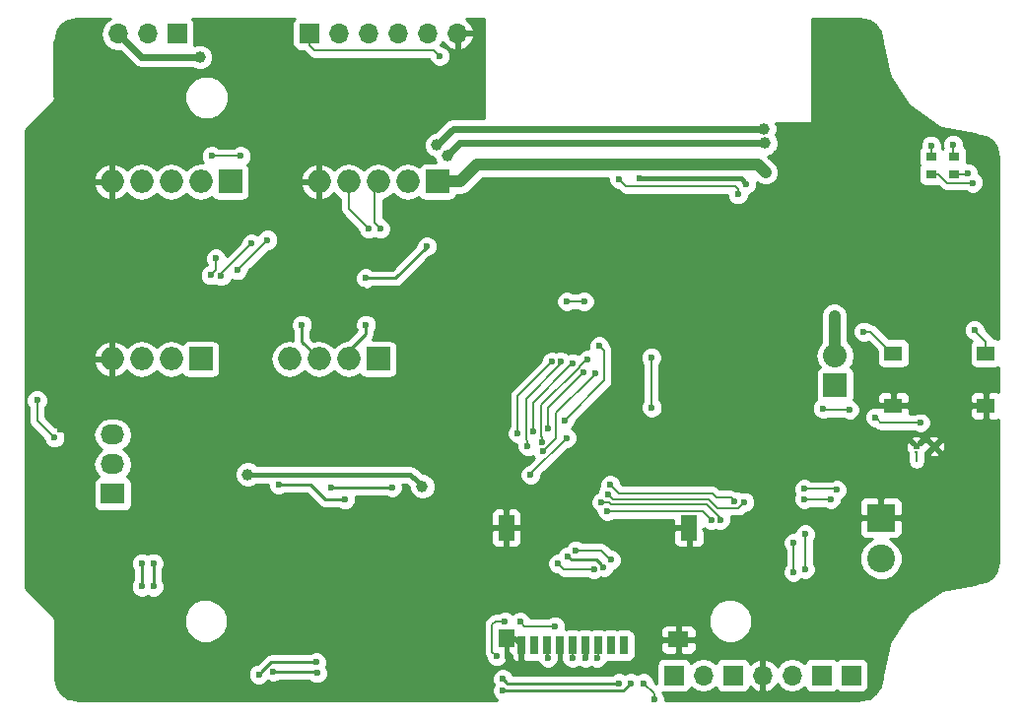
<source format=gbl>
G04 #@! TF.FileFunction,Copper,L2,Bot,Signal*
%FSLAX46Y46*%
G04 Gerber Fmt 4.6, Leading zero omitted, Abs format (unit mm)*
G04 Created by KiCad (PCBNEW 4.0.7) date 2018 June 07, Thursday 02:32:14*
%MOMM*%
%LPD*%
G01*
G04 APERTURE LIST*
%ADD10C,0.050000*%
%ADD11R,0.889000X0.762000*%
%ADD12C,2.400000*%
%ADD13R,2.400000X2.400000*%
%ADD14R,2.032000X2.032000*%
%ADD15O,2.032000X2.032000*%
%ADD16R,1.700000X1.700000*%
%ADD17O,1.700000X1.700000*%
%ADD18R,1.550000X1.300000*%
%ADD19R,2.032000X1.727200*%
%ADD20O,2.032000X1.727200*%
%ADD21O,1.998980X1.998980*%
%ADD22R,1.998980X1.998980*%
%ADD23R,0.698500X1.597660*%
%ADD24R,1.399540X1.597660*%
%ADD25R,1.399540X2.199640*%
%ADD26R,1.798320X1.399540*%
%ADD27C,0.604800*%
%ADD28C,0.609600*%
%ADD29C,1.000000*%
%ADD30C,0.600000*%
%ADD31C,0.200000*%
%ADD32C,0.400000*%
%ADD33C,0.800000*%
%ADD34C,0.300000*%
%ADD35C,1.000000*%
%ADD36C,0.250000*%
%ADD37C,0.600000*%
%ADD38C,0.254000*%
G04 APERTURE END LIST*
D10*
D11*
X112990000Y-140083000D03*
X112990000Y-141607000D03*
X110990000Y-140083000D03*
X110990000Y-141607000D03*
D12*
X106690000Y-174645000D03*
D13*
X106690000Y-171145000D03*
D14*
X102750000Y-159750000D03*
D15*
X102750000Y-157210000D03*
D16*
X46230000Y-129545000D03*
D17*
X43690000Y-129545000D03*
X41150000Y-129545000D03*
D16*
X101600000Y-184670000D03*
D17*
X99060000Y-184670000D03*
D16*
X88900000Y-184670000D03*
D17*
X91440000Y-184670000D03*
D18*
X107760000Y-161495000D03*
X115710000Y-161495000D03*
X107760000Y-156995000D03*
X115710000Y-156995000D03*
D19*
X40690000Y-169085000D03*
D20*
X40690000Y-166545000D03*
X40690000Y-164005000D03*
D16*
X93980000Y-184670000D03*
D17*
X96520000Y-184670000D03*
D16*
X104140000Y-184670000D03*
D21*
X40640000Y-157480000D03*
D22*
X48260000Y-157480000D03*
D21*
X45720000Y-157480000D03*
X43180000Y-157480000D03*
X60960000Y-142240000D03*
D22*
X68580000Y-142240000D03*
D21*
X66040000Y-142240000D03*
X63500000Y-142240000D03*
X58420000Y-142240000D03*
X55880000Y-157480000D03*
D22*
X63500000Y-157480000D03*
D21*
X60960000Y-157480000D03*
X58420000Y-157480000D03*
X43180000Y-142240000D03*
D22*
X50800000Y-142240000D03*
D21*
X48260000Y-142240000D03*
X45720000Y-142240000D03*
X40640000Y-142240000D03*
D16*
X57610000Y-129500000D03*
D17*
X60150000Y-129500000D03*
X62690000Y-129500000D03*
X65230000Y-129500000D03*
X67770000Y-129500000D03*
X70310000Y-129500000D03*
D23*
X84596500Y-182099040D03*
X83496680Y-182099040D03*
X82396860Y-182099040D03*
X81299580Y-182099040D03*
X80199760Y-182099040D03*
X79099940Y-182099040D03*
X78000120Y-182099040D03*
X76900300Y-182099040D03*
X75800480Y-182099040D03*
D24*
X74500000Y-181499600D03*
D25*
X74500000Y-172000000D03*
X90197200Y-172000000D03*
D26*
X89298040Y-181601200D03*
D27*
X111250000Y-165000000D03*
D28*
X109750000Y-165000000D03*
D29*
X46710000Y-170995000D03*
X43710000Y-135495000D03*
X67710000Y-171995000D03*
D30*
X49960010Y-170045000D03*
X49960010Y-169045000D03*
D29*
X47190000Y-151045000D03*
X45190000Y-151045000D03*
D30*
X103190000Y-137045000D03*
X108690000Y-143045000D03*
X109690000Y-143045000D03*
X109690000Y-142045000D03*
X108190000Y-141045000D03*
X108690000Y-142045000D03*
X107690000Y-142045000D03*
X102190000Y-134545000D03*
X101690000Y-135545000D03*
X102190000Y-133545000D03*
X101190000Y-134545000D03*
X101190000Y-133545000D03*
X105190000Y-137045000D03*
X104190000Y-137045000D03*
X110190000Y-172045000D03*
X109190000Y-172045000D03*
X109190000Y-171045000D03*
X110190000Y-171045000D03*
X110190000Y-170045000D03*
X109190000Y-170045000D03*
X105190000Y-169045000D03*
X106190000Y-169045000D03*
X107190000Y-169045000D03*
X108190000Y-169045000D03*
X109190000Y-169045000D03*
X110190000Y-169045000D03*
X110190000Y-168045000D03*
X109190000Y-168045000D03*
X108190000Y-168045000D03*
X107190000Y-168045000D03*
X106190000Y-168045000D03*
X105190000Y-168045000D03*
X105190000Y-167045000D03*
X106190000Y-167045000D03*
X107190000Y-167045000D03*
X108190000Y-167045000D03*
X108190000Y-166045000D03*
X108190000Y-165045000D03*
X88500000Y-167500000D03*
X93690000Y-168045000D03*
X93690000Y-167045000D03*
X93690000Y-165045000D03*
X88500000Y-167500000D03*
X91690000Y-172545000D03*
X97690000Y-172545000D03*
X97690000Y-171545000D03*
X100190000Y-166545000D03*
X100190000Y-165545000D03*
X94690000Y-160045000D03*
X94690000Y-157045000D03*
D29*
X95190000Y-152545000D03*
X95190000Y-150545000D03*
D30*
X62190000Y-151545000D03*
X59690000Y-162045000D03*
X59690000Y-175545000D03*
X59690000Y-173045000D03*
X65190000Y-169545000D03*
X64190000Y-170545000D03*
X64690000Y-170045000D03*
X36690000Y-166545000D03*
X36190000Y-163545000D03*
X35690000Y-169045000D03*
X35690000Y-172045000D03*
X49690000Y-173045000D03*
X49690000Y-174045000D03*
X82890000Y-184545000D03*
X109690000Y-162045000D03*
X110690000Y-159045000D03*
X109690000Y-159045000D03*
X109690000Y-160045000D03*
X110690000Y-160045000D03*
X110690000Y-161045000D03*
X109690000Y-161045000D03*
X112690000Y-164245000D03*
X114690000Y-165045000D03*
X112690000Y-166045000D03*
X112690000Y-165045000D03*
X101790000Y-145845000D03*
X103790000Y-146745000D03*
X102890000Y-146745000D03*
X101790000Y-146745000D03*
X100890000Y-146545000D03*
X100190000Y-145845000D03*
X100690000Y-141545000D03*
X100690000Y-140445000D03*
X101790000Y-140445000D03*
X101790000Y-141545000D03*
X110390000Y-136945000D03*
X109490000Y-136245000D03*
X109490000Y-136945000D03*
X108490000Y-136945000D03*
X108490000Y-136245000D03*
X108490000Y-135345000D03*
X107190000Y-133845000D03*
X115390000Y-138945000D03*
X115390000Y-145945000D03*
X115590000Y-175445000D03*
X112990000Y-154245000D03*
X63190000Y-162545000D03*
X55940000Y-162545000D03*
X59690000Y-164295000D03*
X110690000Y-162045000D03*
D29*
X96790000Y-141445000D03*
X102690000Y-153795000D03*
X67290000Y-168445000D03*
X52290000Y-167419998D03*
D30*
X81290000Y-183145000D03*
X64690022Y-168519990D03*
X59440000Y-168545000D03*
X60640000Y-169569998D03*
X54940000Y-168295000D03*
X82290000Y-183145000D03*
X80190000Y-183145000D03*
X78090000Y-183194998D03*
X112890000Y-139045000D03*
X80190000Y-157844996D03*
X76789990Y-163711802D03*
X114190000Y-141545000D03*
X110990000Y-139145000D03*
X81470423Y-157544922D03*
X77590000Y-164645000D03*
X114590000Y-142345000D03*
D29*
X96744760Y-138940638D03*
X69411930Y-139969026D03*
X48190000Y-131545000D03*
D30*
X53989999Y-147244981D03*
X51390000Y-149845000D03*
X49998026Y-150358121D03*
X52590000Y-147544994D03*
X62440000Y-150545000D03*
X67690000Y-147795000D03*
D29*
X96640032Y-137695021D03*
X68528038Y-139085134D03*
D30*
X92115078Y-171294186D03*
X83190000Y-170545000D03*
X92914662Y-171320338D03*
X82690000Y-169795000D03*
X49190000Y-140045000D03*
X51690000Y-140045000D03*
X100090000Y-168645000D03*
X102890000Y-168745000D03*
X105210000Y-155125000D03*
X114710000Y-154994958D03*
X82190000Y-158745000D03*
X77640000Y-165446456D03*
X87190000Y-186745000D03*
X86290000Y-185345000D03*
X75690000Y-180045000D03*
X78690000Y-180445000D03*
X106210000Y-162495000D03*
X100090000Y-169545000D03*
X101690000Y-161745000D03*
X103990000Y-161844998D03*
X102390012Y-169545000D03*
X110090000Y-162945000D03*
X82490000Y-156345000D03*
X79490000Y-162745000D03*
X35690012Y-164243850D03*
X34190000Y-161045010D03*
X49560571Y-148845012D03*
X49108030Y-150276056D03*
X78964215Y-175070010D03*
X82038193Y-175550889D03*
X86990000Y-161644994D03*
X86955674Y-157344989D03*
X78090010Y-163458784D03*
X81112665Y-158670879D03*
X79209233Y-157711523D03*
X76338439Y-164994137D03*
X78409495Y-157732445D03*
X75482042Y-163886375D03*
X100190000Y-172545000D03*
X100190000Y-175545000D03*
X83215888Y-169104868D03*
X94960484Y-169795021D03*
X83440000Y-168295000D03*
X94111236Y-169695023D03*
X99190000Y-175795000D03*
X99190000Y-173295000D03*
X56940000Y-154545000D03*
X62440000Y-154544992D03*
X63690000Y-146295000D03*
X62690000Y-146295000D03*
X68790000Y-131445000D03*
X94390000Y-143345008D03*
X84190000Y-142045000D03*
X95117602Y-142451107D03*
X85940000Y-141994990D03*
X83466116Y-174759375D03*
X80489998Y-173944998D03*
X79790000Y-174445000D03*
X82867041Y-175362391D03*
X74210000Y-184995000D03*
X58190000Y-183545000D03*
X84190000Y-185345000D03*
X53250782Y-184595748D03*
X43190000Y-177045000D03*
X43190000Y-175045000D03*
X58252868Y-184491766D03*
X74210000Y-185995000D03*
X54490000Y-184345002D03*
X44190000Y-177045000D03*
X44190000Y-175045000D03*
X85190000Y-185345000D03*
X81190000Y-152545000D03*
X79690000Y-152545000D03*
X74389996Y-180045000D03*
X73690000Y-183045006D03*
X76589998Y-167445000D03*
X79665728Y-164269272D03*
D31*
X109750000Y-165431052D02*
X109750000Y-166285000D01*
X109750000Y-165431052D02*
X109690000Y-165491052D01*
D32*
X96520000Y-184670000D02*
X96520000Y-186415000D01*
X96520000Y-184670000D02*
X96520000Y-183467919D01*
X96520000Y-183467919D02*
X96490000Y-183437919D01*
X40640000Y-142240000D02*
X39226508Y-142240000D01*
X39226508Y-142240000D02*
X39221508Y-142245000D01*
X40640000Y-142240000D02*
X40640000Y-144195000D01*
X40640000Y-142240000D02*
X40640000Y-140695000D01*
D31*
X109690000Y-143045000D02*
X108690000Y-143045000D01*
X108190000Y-141045000D02*
X108690000Y-141045000D01*
X108690000Y-141045000D02*
X109690000Y-142045000D01*
X107690000Y-142045000D02*
X108690000Y-142045000D01*
X101190000Y-134545000D02*
X101190000Y-135045000D01*
X101190000Y-135045000D02*
X101690000Y-135545000D01*
X101190000Y-133545000D02*
X101190000Y-134545000D01*
X109190000Y-172045000D02*
X110190000Y-172045000D01*
X110190000Y-171045000D02*
X109190000Y-171045000D01*
X109190000Y-170045000D02*
X110190000Y-170045000D01*
X106190000Y-169045000D02*
X105190000Y-169045000D01*
X108190000Y-169045000D02*
X107190000Y-169045000D01*
X110190000Y-169045000D02*
X109190000Y-169045000D01*
X110190000Y-168045000D02*
X110190000Y-169045000D01*
X108190000Y-168045000D02*
X109190000Y-168045000D01*
X106190000Y-168045000D02*
X107190000Y-168045000D01*
X105190000Y-167045000D02*
X105190000Y-168045000D01*
X108190000Y-167045000D02*
X107190000Y-167045000D01*
X108190000Y-165045000D02*
X108190000Y-166045000D01*
X93690000Y-168045000D02*
X93690000Y-167045000D01*
X93690000Y-165045000D02*
X93690000Y-167045000D01*
D32*
X97690000Y-171545000D02*
X97690000Y-172545000D01*
X100190000Y-165545000D02*
X100190000Y-166545000D01*
D33*
X95190000Y-150545000D02*
X95190000Y-152545000D01*
D32*
X35690000Y-172045000D02*
X35690000Y-169045000D01*
X49690000Y-174045000D02*
X49690000Y-173045000D01*
X74500000Y-181499600D02*
X75201040Y-181499600D01*
X75201040Y-181499600D02*
X75800480Y-182099040D01*
X74846570Y-183488430D02*
X74500000Y-183141860D01*
X74500000Y-183141860D02*
X74500000Y-181499600D01*
X74846570Y-183045000D02*
X74846570Y-183488430D01*
X74500000Y-181499600D02*
X74500000Y-182698430D01*
X74500000Y-182698430D02*
X74846570Y-183045000D01*
X75790000Y-183308350D02*
X75790000Y-183845000D01*
X75800480Y-182099040D02*
X75800480Y-183297870D01*
X75800480Y-183297870D02*
X75790000Y-183308350D01*
X109690000Y-162045000D02*
X110690000Y-162045000D01*
X109690000Y-159045000D02*
X110690000Y-159045000D01*
X110690000Y-160045000D02*
X109690000Y-160045000D01*
X109690000Y-161045000D02*
X110690000Y-161045000D01*
X112690000Y-165045000D02*
X112690000Y-166045000D01*
D34*
X103790000Y-146745000D02*
X102690000Y-146745000D01*
X102690000Y-146745000D02*
X101790000Y-145845000D01*
X101790000Y-146745000D02*
X102890000Y-146745000D01*
X100190000Y-145845000D02*
X100890000Y-146545000D01*
X100690000Y-140445000D02*
X100690000Y-141545000D01*
X101790000Y-141545000D02*
X101790000Y-140445000D01*
D32*
X109490000Y-136245000D02*
X109690000Y-136245000D01*
X109690000Y-136245000D02*
X110390000Y-136945000D01*
X108490000Y-136945000D02*
X109490000Y-136945000D01*
X108490000Y-135345000D02*
X108490000Y-136245000D01*
X101690000Y-134745000D02*
X101190000Y-134745000D01*
X101190000Y-134745000D02*
X100990000Y-134945000D01*
X101490000Y-133345000D02*
X102090000Y-133345000D01*
X101490000Y-134045000D02*
X101490000Y-134745000D01*
X62690000Y-162545000D02*
X63190000Y-162545000D01*
X55940000Y-162545000D02*
X62690000Y-162545000D01*
X59690000Y-164295000D02*
X60440000Y-164295000D01*
D31*
X110690000Y-161620736D02*
X110690000Y-162045000D01*
X110940000Y-161295000D02*
X110690000Y-161545000D01*
X110690000Y-161545000D02*
X110690000Y-161620736D01*
D35*
X96140000Y-140795000D02*
X96290001Y-140945001D01*
X72024490Y-140795000D02*
X96140000Y-140795000D01*
X70579490Y-142240000D02*
X72024490Y-140795000D01*
X68580000Y-142240000D02*
X70579490Y-142240000D01*
X96290001Y-140945001D02*
X96790000Y-141445000D01*
X102690000Y-153795000D02*
X102690000Y-157150000D01*
X102690000Y-157150000D02*
X102750000Y-157210000D01*
D32*
X66264998Y-167419998D02*
X66790001Y-167945001D01*
X66790001Y-167945001D02*
X67290000Y-168445000D01*
X52290000Y-167419998D02*
X66264998Y-167419998D01*
X81290000Y-183145000D02*
X81290000Y-182108620D01*
X81290000Y-182108620D02*
X81299580Y-182099040D01*
D36*
X64665012Y-168545000D02*
X64690022Y-168519990D01*
X59440000Y-168545000D02*
X64665012Y-168545000D01*
X54940000Y-168295000D02*
X57690000Y-168295000D01*
X57690000Y-168295000D02*
X58964998Y-169569998D01*
X58964998Y-169569998D02*
X60640000Y-169569998D01*
D31*
X82349730Y-183145000D02*
X82290000Y-183145000D01*
X82396860Y-183097870D02*
X82349730Y-183145000D01*
X82396860Y-182099040D02*
X82396860Y-183097870D01*
X80190000Y-183145000D02*
X80190000Y-182108800D01*
X80190000Y-182108800D02*
X80199760Y-182099040D01*
X78090000Y-183194998D02*
X78090000Y-182188920D01*
X78090000Y-182188920D02*
X78000120Y-182099040D01*
X78000120Y-182099040D02*
X78000120Y-183097870D01*
X112890000Y-139045000D02*
X112890000Y-139983000D01*
X112890000Y-139983000D02*
X112990000Y-140083000D01*
X79890001Y-158144995D02*
X80190000Y-157844996D01*
X76789990Y-161245006D02*
X79890001Y-158144995D01*
X76789990Y-163711802D02*
X76789990Y-161245006D01*
X112990000Y-141607000D02*
X114128000Y-141607000D01*
X114128000Y-141607000D02*
X114190000Y-141545000D01*
X110990000Y-140083000D02*
X110990000Y-139145000D01*
X80790000Y-158145000D02*
X81390000Y-157545000D01*
X81390000Y-157545000D02*
X81470345Y-157545000D01*
X81470345Y-157545000D02*
X81470423Y-157544922D01*
X77590000Y-164645000D02*
X77590000Y-164220736D01*
X77590000Y-164220736D02*
X77490000Y-164120736D01*
X77490000Y-164120736D02*
X77490000Y-161445000D01*
X77490000Y-161445000D02*
X80765736Y-158169264D01*
X110990000Y-141607000D02*
X111634500Y-141607000D01*
X111634500Y-141607000D02*
X112372500Y-142345000D01*
X112372500Y-142345000D02*
X114590000Y-142345000D01*
D37*
X70440318Y-138940638D02*
X96037654Y-138940638D01*
X69411930Y-139969026D02*
X70440318Y-138940638D01*
X96037654Y-138940638D02*
X96744760Y-138940638D01*
X41150000Y-129545000D02*
X43150000Y-131545000D01*
X43150000Y-131545000D02*
X48190000Y-131545000D01*
D31*
X53989999Y-147245001D02*
X53989999Y-147244981D01*
X51390000Y-149845000D02*
X53989999Y-147245001D01*
X49998026Y-150136968D02*
X49998026Y-150358121D01*
X52590000Y-147544994D02*
X49998026Y-150136968D01*
D36*
X67690000Y-147795000D02*
X67690000Y-147845000D01*
X67690000Y-147845000D02*
X64990000Y-150545000D01*
X64990000Y-150545000D02*
X62440000Y-150545000D01*
D37*
X69918151Y-137695021D02*
X95932926Y-137695021D01*
X68528038Y-139085134D02*
X69918151Y-137695021D01*
X95932926Y-137695021D02*
X96640032Y-137695021D01*
D31*
X83614264Y-170545000D02*
X83664288Y-170595024D01*
X91815079Y-170994187D02*
X92115078Y-171294186D01*
X83190000Y-170545000D02*
X83614264Y-170545000D01*
X91415916Y-170595024D02*
X91815079Y-170994187D01*
X83664288Y-170595024D02*
X91415916Y-170595024D01*
X92914662Y-171151062D02*
X92914662Y-171320338D01*
X91708611Y-169945011D02*
X92914662Y-171151062D01*
X82690000Y-169795000D02*
X83340320Y-169795000D01*
X83340320Y-169795000D02*
X83490331Y-169945011D01*
X83490331Y-169945011D02*
X91708611Y-169945011D01*
X51690000Y-140045000D02*
X49190000Y-140045000D01*
X100090000Y-168645000D02*
X102790000Y-168645000D01*
X102790000Y-168645000D02*
X102890000Y-168745000D01*
X107760000Y-156995000D02*
X107635000Y-156995000D01*
X107635000Y-156995000D02*
X105765000Y-155125000D01*
X105765000Y-155125000D02*
X105210000Y-155125000D01*
X115009999Y-155294957D02*
X114710000Y-154994958D01*
X115710000Y-155994958D02*
X115009999Y-155294957D01*
X115710000Y-156995000D02*
X115710000Y-155994958D01*
X78790000Y-164296456D02*
X78790000Y-162145000D01*
X78790000Y-162145000D02*
X81890001Y-159044999D01*
X81890001Y-159044999D02*
X82190000Y-158745000D01*
X77640000Y-165446456D02*
X78790000Y-164296456D01*
X86290000Y-185345000D02*
X87190000Y-186245000D01*
X87190000Y-186245000D02*
X87190000Y-186320736D01*
X87190000Y-186320736D02*
X87190000Y-186745000D01*
X78690000Y-180445000D02*
X76090000Y-180445000D01*
X76090000Y-180445000D02*
X75690000Y-180045000D01*
X106509999Y-162794999D02*
X106210000Y-162495000D01*
X106660000Y-162945000D02*
X106509999Y-162794999D01*
X110090000Y-162945000D02*
X106660000Y-162945000D01*
X100090000Y-169545000D02*
X102390012Y-169545000D01*
X101789998Y-161844998D02*
X101690000Y-161745000D01*
X103990000Y-161844998D02*
X101789998Y-161844998D01*
X82889999Y-159345001D02*
X82889999Y-156744999D01*
X82889999Y-156744999D02*
X82789999Y-156644999D01*
X82789999Y-156644999D02*
X82490000Y-156345000D01*
X79490000Y-162745000D02*
X82889999Y-159345001D01*
X34190000Y-162743838D02*
X34190000Y-161469274D01*
X34190000Y-161469274D02*
X34190000Y-161045010D01*
X35690012Y-164243850D02*
X34190000Y-162743838D01*
X49560571Y-149823515D02*
X49560571Y-149269276D01*
X49560571Y-149269276D02*
X49560571Y-148845012D01*
X49108030Y-150276056D02*
X49560571Y-149823515D01*
X79445094Y-175550889D02*
X79264214Y-175370009D01*
X79264214Y-175370009D02*
X78964215Y-175070010D01*
X82038193Y-175550889D02*
X79445094Y-175550889D01*
X86955674Y-161610668D02*
X86990000Y-161644994D01*
X86955674Y-157344989D02*
X86955674Y-161610668D01*
X80812666Y-158970878D02*
X81112665Y-158670879D01*
X78090010Y-161693534D02*
X80812666Y-158970878D01*
X78090010Y-163458784D02*
X78090010Y-161693534D01*
X76189989Y-160930767D02*
X79209233Y-157911523D01*
X79209233Y-157911523D02*
X79209233Y-157711523D01*
X76338439Y-164994137D02*
X76338439Y-164569873D01*
X76338439Y-164569873D02*
X76189989Y-164421423D01*
X76189989Y-164421423D02*
X76189989Y-160930767D01*
X78109496Y-158032444D02*
X78409495Y-157732445D01*
X75482042Y-160659898D02*
X78109496Y-158032444D01*
X75482042Y-163886375D02*
X75482042Y-160659898D01*
X83656020Y-169545000D02*
X91874300Y-169545000D01*
X100190000Y-172545000D02*
X100190000Y-175545000D01*
X94660485Y-170095020D02*
X94960484Y-169795021D01*
X94460481Y-170295024D02*
X94660485Y-170095020D01*
X92624324Y-170295024D02*
X94460481Y-170295024D01*
X91874300Y-169545000D02*
X92624324Y-170295024D01*
X83215888Y-169104868D02*
X83656020Y-169545000D01*
X83440000Y-168295000D02*
X84190000Y-169045000D01*
X92540024Y-169395024D02*
X93811237Y-169395024D01*
X92190000Y-169045000D02*
X92540024Y-169395024D01*
X93811237Y-169395024D02*
X94111236Y-169695023D01*
X84190000Y-169045000D02*
X92190000Y-169045000D01*
X99190000Y-175795000D02*
X99190000Y-173295000D01*
D36*
X56940000Y-154545000D02*
X56940000Y-156000000D01*
X56940000Y-156000000D02*
X58420000Y-157480000D01*
X60960000Y-157480000D02*
X60960000Y-156775000D01*
X60960000Y-156775000D02*
X62440000Y-155295000D01*
X62440000Y-155295000D02*
X62440000Y-154969256D01*
X62440000Y-154969256D02*
X62440000Y-154544992D01*
X62440000Y-154795000D02*
X62440000Y-154544992D01*
D31*
X63690000Y-146295000D02*
X63190000Y-145795000D01*
X63190000Y-145795000D02*
X63190000Y-142550000D01*
X63190000Y-142550000D02*
X63500000Y-142240000D01*
X62690000Y-146295000D02*
X60960000Y-144565000D01*
X60960000Y-144565000D02*
X60960000Y-142240000D01*
X58005000Y-130945000D02*
X68290000Y-130945000D01*
X68290000Y-130945000D02*
X68790000Y-131445000D01*
X57610000Y-129500000D02*
X57610000Y-130550000D01*
X57610000Y-130550000D02*
X58005000Y-130945000D01*
X84190000Y-142045000D02*
X84790000Y-142645000D01*
X94390000Y-142845000D02*
X94390000Y-143345008D01*
X84790000Y-142645000D02*
X94190000Y-142645000D01*
X94190000Y-142645000D02*
X94390000Y-142845000D01*
D32*
X86364264Y-141994990D02*
X85940000Y-141994990D01*
X94661485Y-141994990D02*
X86364264Y-141994990D01*
X95117602Y-142451107D02*
X94661485Y-141994990D01*
D31*
X83166117Y-174459376D02*
X83466116Y-174759375D01*
X82651739Y-173944998D02*
X83166117Y-174459376D01*
X80489998Y-173944998D02*
X82651739Y-173944998D01*
D36*
X80089999Y-174744999D02*
X82249649Y-174744999D01*
X79790000Y-174445000D02*
X80089999Y-174744999D01*
X82567042Y-175062392D02*
X82867041Y-175362391D01*
X82249649Y-174744999D02*
X82567042Y-175062392D01*
X74509999Y-185294999D02*
X74210000Y-184995000D01*
X74560000Y-185345000D02*
X74509999Y-185294999D01*
X84190000Y-185345000D02*
X74560000Y-185345000D01*
X54301530Y-183545000D02*
X53550781Y-184295749D01*
X53550781Y-184295749D02*
X53250782Y-184595748D01*
X58190000Y-183545000D02*
X54301530Y-183545000D01*
X43190000Y-175045000D02*
X43190000Y-177045000D01*
X58106104Y-184345002D02*
X58252868Y-184491766D01*
X54490000Y-184345002D02*
X58106104Y-184345002D01*
X74634264Y-185995000D02*
X74210000Y-185995000D01*
X85190000Y-185345000D02*
X84540000Y-185995000D01*
X84540000Y-185995000D02*
X74634264Y-185995000D01*
X44190000Y-175045000D02*
X44190000Y-177045000D01*
D31*
X79690000Y-152545000D02*
X81190000Y-152545000D01*
X73690000Y-183045006D02*
X73290000Y-182645006D01*
X73290000Y-182645006D02*
X73290000Y-180320736D01*
X73290000Y-180320736D02*
X73565736Y-180045000D01*
X73565736Y-180045000D02*
X73965732Y-180045000D01*
X73965732Y-180045000D02*
X74389996Y-180045000D01*
X76589998Y-167345002D02*
X76589998Y-167445000D01*
X79665728Y-164269272D02*
X76589998Y-167345002D01*
D38*
G36*
X40099946Y-128465853D02*
X39778039Y-128947622D01*
X39665000Y-129515907D01*
X39665000Y-129574093D01*
X39778039Y-130142378D01*
X40099946Y-130624147D01*
X40581715Y-130946054D01*
X41150000Y-131059093D01*
X41309981Y-131027271D01*
X42488855Y-132206145D01*
X42792191Y-132408827D01*
X43150000Y-132480000D01*
X47519636Y-132480000D01*
X47546235Y-132506645D01*
X47963244Y-132679803D01*
X48414775Y-132680197D01*
X48832086Y-132507767D01*
X49151645Y-132188765D01*
X49324803Y-131771756D01*
X49325197Y-131320225D01*
X49152767Y-130902914D01*
X48833765Y-130583355D01*
X48416756Y-130410197D01*
X47965225Y-130409803D01*
X47702455Y-130518378D01*
X47727440Y-130395000D01*
X47727440Y-128695000D01*
X47683162Y-128459683D01*
X47544090Y-128243559D01*
X47494975Y-128210000D01*
X56292099Y-128210000D01*
X56163569Y-128398110D01*
X56112560Y-128650000D01*
X56112560Y-130350000D01*
X56156838Y-130585317D01*
X56295910Y-130801441D01*
X56508110Y-130946431D01*
X56760000Y-130997440D01*
X57041979Y-130997440D01*
X57090277Y-131069723D01*
X57485276Y-131464723D01*
X57723728Y-131624051D01*
X58005000Y-131680000D01*
X67875429Y-131680000D01*
X67996883Y-131973943D01*
X68259673Y-132237192D01*
X68603201Y-132379838D01*
X68975167Y-132380162D01*
X69318943Y-132238117D01*
X69582192Y-131975327D01*
X69724838Y-131631799D01*
X69725162Y-131259833D01*
X69583117Y-130916057D01*
X69320327Y-130652808D01*
X68976799Y-130510162D01*
X68894537Y-130510090D01*
X68877548Y-130493101D01*
X69047702Y-130238447D01*
X69114817Y-130381358D01*
X69543076Y-130771645D01*
X69953110Y-130941476D01*
X70183000Y-130820155D01*
X70183000Y-129627000D01*
X70437000Y-129627000D01*
X70437000Y-130820155D01*
X70666890Y-130941476D01*
X71076924Y-130771645D01*
X71505183Y-130381358D01*
X71751486Y-129856892D01*
X71630819Y-129627000D01*
X70437000Y-129627000D01*
X70183000Y-129627000D01*
X70163000Y-129627000D01*
X70163000Y-129373000D01*
X70183000Y-129373000D01*
X70183000Y-129353000D01*
X70437000Y-129353000D01*
X70437000Y-129373000D01*
X71630819Y-129373000D01*
X71751486Y-129143108D01*
X71505183Y-128618642D01*
X71076924Y-128228355D01*
X71032608Y-128210000D01*
X72563000Y-128210000D01*
X72563000Y-136760021D01*
X69918151Y-136760021D01*
X69560342Y-136831194D01*
X69257006Y-137033876D01*
X68340912Y-137949970D01*
X68303263Y-137949937D01*
X67885952Y-138122367D01*
X67566393Y-138441369D01*
X67393235Y-138858378D01*
X67392841Y-139309909D01*
X67565271Y-139727220D01*
X67884273Y-140046779D01*
X68284685Y-140213045D01*
X68441708Y-140593070D01*
X67580510Y-140593070D01*
X67345193Y-140637348D01*
X67129069Y-140776420D01*
X67015610Y-140942473D01*
X66697514Y-140729928D01*
X66072022Y-140605510D01*
X66007978Y-140605510D01*
X65382486Y-140729928D01*
X64852219Y-141084241D01*
X64770000Y-141207290D01*
X64687781Y-141084241D01*
X64157514Y-140729928D01*
X63532022Y-140605510D01*
X63467978Y-140605510D01*
X62842486Y-140729928D01*
X62312219Y-141084241D01*
X62230000Y-141207290D01*
X62147781Y-141084241D01*
X61617514Y-140729928D01*
X60992022Y-140605510D01*
X60927978Y-140605510D01*
X60302486Y-140729928D01*
X59772219Y-141084241D01*
X59672621Y-141233300D01*
X59379726Y-140916932D01*
X58800355Y-140650373D01*
X58547000Y-140769193D01*
X58547000Y-142113000D01*
X58567000Y-142113000D01*
X58567000Y-142367000D01*
X58547000Y-142367000D01*
X58547000Y-143710807D01*
X58800355Y-143829627D01*
X59379726Y-143563068D01*
X59672621Y-143246700D01*
X59772219Y-143395759D01*
X60225000Y-143698298D01*
X60225000Y-144565000D01*
X60280949Y-144846272D01*
X60440277Y-145084723D01*
X61754908Y-146399355D01*
X61754838Y-146480167D01*
X61896883Y-146823943D01*
X62159673Y-147087192D01*
X62503201Y-147229838D01*
X62875167Y-147230162D01*
X63190351Y-147099931D01*
X63503201Y-147229838D01*
X63875167Y-147230162D01*
X64218943Y-147088117D01*
X64482192Y-146825327D01*
X64624838Y-146481799D01*
X64625162Y-146109833D01*
X64483117Y-145766057D01*
X64220327Y-145502808D01*
X63925000Y-145380177D01*
X63925000Y-143796322D01*
X64157514Y-143750072D01*
X64687781Y-143395759D01*
X64770000Y-143272710D01*
X64852219Y-143395759D01*
X65382486Y-143750072D01*
X66007978Y-143874490D01*
X66072022Y-143874490D01*
X66697514Y-143750072D01*
X67017077Y-143536547D01*
X67116420Y-143690931D01*
X67328620Y-143835921D01*
X67580510Y-143886930D01*
X69579490Y-143886930D01*
X69814807Y-143842652D01*
X70030931Y-143703580D01*
X70175921Y-143491380D01*
X70199489Y-143375000D01*
X70579490Y-143375000D01*
X71013836Y-143288603D01*
X71382056Y-143042566D01*
X72494622Y-141930000D01*
X83255099Y-141930000D01*
X83254838Y-142230167D01*
X83396883Y-142573943D01*
X83659673Y-142837192D01*
X84003201Y-142979838D01*
X84085463Y-142979910D01*
X84270276Y-143164723D01*
X84451941Y-143286107D01*
X84508728Y-143324051D01*
X84790000Y-143380000D01*
X93454969Y-143380000D01*
X93454838Y-143530175D01*
X93596883Y-143873951D01*
X93859673Y-144137200D01*
X94203201Y-144279846D01*
X94575167Y-144280170D01*
X94918943Y-144138125D01*
X95182192Y-143875335D01*
X95324838Y-143531807D01*
X95324973Y-143377095D01*
X95646545Y-143244224D01*
X95909794Y-142981434D01*
X96052440Y-142637906D01*
X96052723Y-142312970D01*
X96146235Y-142406645D01*
X96563244Y-142579803D01*
X97014775Y-142580197D01*
X97432086Y-142407767D01*
X97751645Y-142088765D01*
X97924803Y-141671756D01*
X97925197Y-141220225D01*
X97752767Y-140802914D01*
X97433765Y-140483355D01*
X97433290Y-140483158D01*
X97092569Y-140142437D01*
X97092567Y-140142434D01*
X97009468Y-140059335D01*
X97386846Y-139903405D01*
X97588602Y-139702000D01*
X109898060Y-139702000D01*
X109898060Y-140464000D01*
X109942338Y-140699317D01*
X110036666Y-140845907D01*
X109949069Y-140974110D01*
X109898060Y-141226000D01*
X109898060Y-141988000D01*
X109942338Y-142223317D01*
X110081410Y-142439441D01*
X110293610Y-142584431D01*
X110545500Y-142635440D01*
X111434500Y-142635440D01*
X111593563Y-142605510D01*
X111852777Y-142864724D01*
X112027447Y-142981434D01*
X112091228Y-143024051D01*
X112372500Y-143080000D01*
X114002581Y-143080000D01*
X114059673Y-143137192D01*
X114403201Y-143279838D01*
X114775167Y-143280162D01*
X115118943Y-143138117D01*
X115382192Y-142875327D01*
X115524838Y-142531799D01*
X115525162Y-142159833D01*
X115383117Y-141816057D01*
X115124990Y-141557479D01*
X115125162Y-141359833D01*
X114983117Y-141016057D01*
X114720327Y-140752808D01*
X114376799Y-140610162D01*
X114052399Y-140609879D01*
X114081940Y-140464000D01*
X114081940Y-139702000D01*
X114037662Y-139466683D01*
X113898590Y-139250559D01*
X113824866Y-139200185D01*
X113825162Y-138859833D01*
X113683117Y-138516057D01*
X113420327Y-138252808D01*
X113076799Y-138110162D01*
X112704833Y-138109838D01*
X112361057Y-138251883D01*
X112097808Y-138514673D01*
X111955162Y-138858201D01*
X111954838Y-139230167D01*
X112009296Y-139361965D01*
X111989202Y-139391374D01*
X111924873Y-139291404D01*
X111925162Y-138959833D01*
X111783117Y-138616057D01*
X111520327Y-138352808D01*
X111176799Y-138210162D01*
X110804833Y-138209838D01*
X110461057Y-138351883D01*
X110197808Y-138614673D01*
X110055162Y-138958201D01*
X110054868Y-139295267D01*
X109949069Y-139450110D01*
X109898060Y-139702000D01*
X97588602Y-139702000D01*
X97706405Y-139584403D01*
X97879563Y-139167394D01*
X97879957Y-138715863D01*
X97707527Y-138298552D01*
X97644571Y-138235486D01*
X97774835Y-137921777D01*
X97775229Y-137470246D01*
X97651996Y-137172000D01*
X100690000Y-137172000D01*
X100736159Y-137163315D01*
X100778553Y-137136035D01*
X100806994Y-137094410D01*
X100817000Y-137045000D01*
X100817000Y-128210000D01*
X104830350Y-128210000D01*
X104856609Y-128220877D01*
X105669926Y-128382656D01*
X106237862Y-128762139D01*
X106617344Y-129330074D01*
X106779123Y-130143391D01*
X106828161Y-130261779D01*
X107374546Y-133008640D01*
X107449510Y-133189617D01*
X107480561Y-133264581D01*
X109106355Y-135697755D01*
X109302244Y-135893644D01*
X111735419Y-137519439D01*
X111991360Y-137625454D01*
X114738216Y-138171837D01*
X114856609Y-138220877D01*
X115669926Y-138382656D01*
X116237862Y-138762139D01*
X116617344Y-139330074D01*
X116779123Y-140143391D01*
X116790000Y-140169650D01*
X116790000Y-155784857D01*
X116736890Y-155748569D01*
X116485000Y-155697560D01*
X116378276Y-155697560D01*
X116229724Y-155475235D01*
X115645092Y-154890603D01*
X115645162Y-154809791D01*
X115503117Y-154466015D01*
X115240327Y-154202766D01*
X114896799Y-154060120D01*
X114524833Y-154059796D01*
X114181057Y-154201841D01*
X113917808Y-154464631D01*
X113775162Y-154808159D01*
X113774838Y-155180125D01*
X113916883Y-155523901D01*
X114179673Y-155787150D01*
X114466300Y-155906169D01*
X114338569Y-156093110D01*
X114287560Y-156345000D01*
X114287560Y-157645000D01*
X114331838Y-157880317D01*
X114470910Y-158096441D01*
X114683110Y-158241431D01*
X114935000Y-158292440D01*
X116485000Y-158292440D01*
X116720317Y-158248162D01*
X116790000Y-158203322D01*
X116790000Y-160284016D01*
X116611309Y-160210000D01*
X115995750Y-160210000D01*
X115837000Y-160368750D01*
X115837000Y-161368000D01*
X115857000Y-161368000D01*
X115857000Y-161622000D01*
X115837000Y-161622000D01*
X115837000Y-162621250D01*
X115995750Y-162780000D01*
X116611309Y-162780000D01*
X116790000Y-162705984D01*
X116790000Y-174830350D01*
X116779123Y-174856609D01*
X116617344Y-175669926D01*
X116237862Y-176237861D01*
X115669926Y-176617344D01*
X114856609Y-176779123D01*
X114738216Y-176828163D01*
X111991360Y-177374546D01*
X111735419Y-177480561D01*
X109302244Y-179106356D01*
X109106355Y-179302245D01*
X107480561Y-181735419D01*
X107480561Y-181735420D01*
X107374546Y-181991360D01*
X106828161Y-184738221D01*
X106779123Y-184856609D01*
X106617344Y-185669926D01*
X106237862Y-186237861D01*
X105669926Y-186617344D01*
X104856609Y-186779123D01*
X104830350Y-186790000D01*
X88124962Y-186790000D01*
X88125162Y-186559833D01*
X87983117Y-186216057D01*
X87905342Y-186138146D01*
X88050000Y-186167440D01*
X89750000Y-186167440D01*
X89985317Y-186123162D01*
X90201441Y-185984090D01*
X90346431Y-185771890D01*
X90360086Y-185704459D01*
X90389946Y-185749147D01*
X90871715Y-186071054D01*
X91440000Y-186184093D01*
X92008285Y-186071054D01*
X92490054Y-185749147D01*
X92517850Y-185707548D01*
X92526838Y-185755317D01*
X92665910Y-185971441D01*
X92878110Y-186116431D01*
X93130000Y-186167440D01*
X94830000Y-186167440D01*
X95065317Y-186123162D01*
X95281441Y-185984090D01*
X95426431Y-185771890D01*
X95448301Y-185663893D01*
X95753076Y-185941645D01*
X96163110Y-186111476D01*
X96393000Y-185990155D01*
X96393000Y-184797000D01*
X96373000Y-184797000D01*
X96373000Y-184543000D01*
X96393000Y-184543000D01*
X96393000Y-183349845D01*
X96647000Y-183349845D01*
X96647000Y-184543000D01*
X96667000Y-184543000D01*
X96667000Y-184797000D01*
X96647000Y-184797000D01*
X96647000Y-185990155D01*
X96876890Y-186111476D01*
X97286924Y-185941645D01*
X97715183Y-185551358D01*
X97782298Y-185408447D01*
X98009946Y-185749147D01*
X98491715Y-186071054D01*
X99060000Y-186184093D01*
X99628285Y-186071054D01*
X100110054Y-185749147D01*
X100137850Y-185707548D01*
X100146838Y-185755317D01*
X100285910Y-185971441D01*
X100498110Y-186116431D01*
X100750000Y-186167440D01*
X102450000Y-186167440D01*
X102685317Y-186123162D01*
X102872077Y-186002985D01*
X103038110Y-186116431D01*
X103290000Y-186167440D01*
X104990000Y-186167440D01*
X105225317Y-186123162D01*
X105441441Y-185984090D01*
X105586431Y-185771890D01*
X105637440Y-185520000D01*
X105637440Y-183820000D01*
X105593162Y-183584683D01*
X105454090Y-183368559D01*
X105241890Y-183223569D01*
X104990000Y-183172560D01*
X103290000Y-183172560D01*
X103054683Y-183216838D01*
X102867923Y-183337015D01*
X102701890Y-183223569D01*
X102450000Y-183172560D01*
X100750000Y-183172560D01*
X100514683Y-183216838D01*
X100298559Y-183355910D01*
X100153569Y-183568110D01*
X100139914Y-183635541D01*
X100110054Y-183590853D01*
X99628285Y-183268946D01*
X99060000Y-183155907D01*
X98491715Y-183268946D01*
X98009946Y-183590853D01*
X97782298Y-183931553D01*
X97715183Y-183788642D01*
X97286924Y-183398355D01*
X96876890Y-183228524D01*
X96647000Y-183349845D01*
X96393000Y-183349845D01*
X96163110Y-183228524D01*
X95753076Y-183398355D01*
X95450063Y-183674501D01*
X95433162Y-183584683D01*
X95294090Y-183368559D01*
X95081890Y-183223569D01*
X94830000Y-183172560D01*
X93130000Y-183172560D01*
X92894683Y-183216838D01*
X92678559Y-183355910D01*
X92533569Y-183568110D01*
X92519914Y-183635541D01*
X92490054Y-183590853D01*
X92008285Y-183268946D01*
X91440000Y-183155907D01*
X90871715Y-183268946D01*
X90389946Y-183590853D01*
X90362150Y-183632452D01*
X90353162Y-183584683D01*
X90214090Y-183368559D01*
X90001890Y-183223569D01*
X89750000Y-183172560D01*
X88050000Y-183172560D01*
X87814683Y-183216838D01*
X87598559Y-183355910D01*
X87453569Y-183568110D01*
X87402560Y-183820000D01*
X87402560Y-185418113D01*
X87225092Y-185240645D01*
X87225162Y-185159833D01*
X87083117Y-184816057D01*
X86820327Y-184552808D01*
X86476799Y-184410162D01*
X86104833Y-184409838D01*
X85761057Y-184551883D01*
X85740194Y-184572710D01*
X85720327Y-184552808D01*
X85376799Y-184410162D01*
X85004833Y-184409838D01*
X84689649Y-184540069D01*
X84376799Y-184410162D01*
X84004833Y-184409838D01*
X83661057Y-184551883D01*
X83627882Y-184585000D01*
X75052263Y-184585000D01*
X75003117Y-184466057D01*
X74740327Y-184202808D01*
X74396799Y-184060162D01*
X74024833Y-184059838D01*
X73681057Y-184201883D01*
X73417808Y-184464673D01*
X73275162Y-184808201D01*
X73274838Y-185180167D01*
X73405069Y-185495351D01*
X73275162Y-185808201D01*
X73274838Y-186180167D01*
X73416883Y-186523943D01*
X73679673Y-186787192D01*
X73686435Y-186790000D01*
X37669650Y-186790000D01*
X37643391Y-186779123D01*
X36830074Y-186617344D01*
X36262139Y-186237862D01*
X35882656Y-185669926D01*
X35735000Y-184927610D01*
X35735000Y-184780915D01*
X52315620Y-184780915D01*
X52457665Y-185124691D01*
X52720455Y-185387940D01*
X53063983Y-185530586D01*
X53435949Y-185530910D01*
X53779725Y-185388865D01*
X54010637Y-185158356D01*
X54303201Y-185279840D01*
X54675167Y-185280164D01*
X55018943Y-185138119D01*
X55052118Y-185105002D01*
X57543897Y-185105002D01*
X57722541Y-185283958D01*
X58066069Y-185426604D01*
X58438035Y-185426928D01*
X58781811Y-185284883D01*
X59045060Y-185022093D01*
X59187706Y-184678565D01*
X59188030Y-184306599D01*
X59045985Y-183962823D01*
X59033925Y-183950742D01*
X59124838Y-183731799D01*
X59125162Y-183359833D01*
X58983117Y-183016057D01*
X58720327Y-182752808D01*
X58376799Y-182610162D01*
X58004833Y-182609838D01*
X57661057Y-182751883D01*
X57627882Y-182785000D01*
X54301530Y-182785000D01*
X54094250Y-182826231D01*
X54010690Y-182842852D01*
X53764129Y-183007599D01*
X53111102Y-183660626D01*
X53065615Y-183660586D01*
X52721839Y-183802631D01*
X52458590Y-184065421D01*
X52315944Y-184408949D01*
X52315620Y-184780915D01*
X35735000Y-184780915D01*
X35735000Y-180373305D01*
X46804674Y-180373305D01*
X47091043Y-181066372D01*
X47620839Y-181597093D01*
X48313405Y-181884672D01*
X49063305Y-181885326D01*
X49756372Y-181598957D01*
X50287093Y-181069161D01*
X50574672Y-180376595D01*
X50574720Y-180320736D01*
X72555000Y-180320736D01*
X72555000Y-182645006D01*
X72605298Y-182897870D01*
X72610949Y-182926278D01*
X72754915Y-183141738D01*
X72754838Y-183230173D01*
X72896883Y-183573949D01*
X73159673Y-183837198D01*
X73503201Y-183979844D01*
X73875167Y-183980168D01*
X74218943Y-183838123D01*
X74482192Y-183575333D01*
X74624838Y-183231805D01*
X74625098Y-182933430D01*
X74627002Y-182933430D01*
X74627002Y-182774682D01*
X74785750Y-182933430D01*
X74816230Y-182933430D01*
X74816230Y-183024179D01*
X74912903Y-183257568D01*
X75091531Y-183436197D01*
X75324920Y-183532870D01*
X75514730Y-183532870D01*
X75673480Y-183374120D01*
X75673480Y-182722745D01*
X75738097Y-182658128D01*
X75834770Y-182424739D01*
X75834770Y-181952040D01*
X75903610Y-181952040D01*
X75903610Y-182897870D01*
X75927480Y-183024728D01*
X75927480Y-183374120D01*
X76086230Y-183532870D01*
X76276040Y-183532870D01*
X76346171Y-183503821D01*
X76551050Y-183545310D01*
X77223074Y-183545310D01*
X77296883Y-183723941D01*
X77559673Y-183987190D01*
X77903201Y-184129836D01*
X78275167Y-184130160D01*
X78618943Y-183988115D01*
X78882192Y-183725325D01*
X79024838Y-183381797D01*
X79025162Y-183009831D01*
X78990920Y-182926958D01*
X78996810Y-182897870D01*
X78996810Y-181952040D01*
X79203070Y-181952040D01*
X79203070Y-182897870D01*
X79226940Y-183024728D01*
X79226940Y-183374120D01*
X79305430Y-183452610D01*
X79396883Y-183673943D01*
X79659673Y-183937192D01*
X80003201Y-184079838D01*
X80375167Y-184080162D01*
X80718943Y-183938117D01*
X80739806Y-183917290D01*
X80759673Y-183937192D01*
X81103201Y-184079838D01*
X81475167Y-184080162D01*
X81790351Y-183949931D01*
X82103201Y-184079838D01*
X82475167Y-184080162D01*
X82818943Y-183938117D01*
X83082192Y-183675327D01*
X83137053Y-183543209D01*
X83147430Y-183545310D01*
X83845930Y-183545310D01*
X84053956Y-183506167D01*
X84247250Y-183545310D01*
X84945750Y-183545310D01*
X85181067Y-183501032D01*
X85397191Y-183361960D01*
X85542181Y-183149760D01*
X85593190Y-182897870D01*
X85593190Y-181886950D01*
X87763880Y-181886950D01*
X87763880Y-182427279D01*
X87860553Y-182660668D01*
X88039181Y-182839297D01*
X88272570Y-182935970D01*
X89012290Y-182935970D01*
X89171040Y-182777220D01*
X89171040Y-181728200D01*
X89425040Y-181728200D01*
X89425040Y-182777220D01*
X89583790Y-182935970D01*
X90323510Y-182935970D01*
X90556899Y-182839297D01*
X90735527Y-182660668D01*
X90832200Y-182427279D01*
X90832200Y-181886950D01*
X90673450Y-181728200D01*
X89425040Y-181728200D01*
X89171040Y-181728200D01*
X87922630Y-181728200D01*
X87763880Y-181886950D01*
X85593190Y-181886950D01*
X85593190Y-181300210D01*
X85548912Y-181064893D01*
X85409840Y-180848769D01*
X85302053Y-180775121D01*
X87763880Y-180775121D01*
X87763880Y-181315450D01*
X87922630Y-181474200D01*
X89171040Y-181474200D01*
X89171040Y-180425180D01*
X89425040Y-180425180D01*
X89425040Y-181474200D01*
X90673450Y-181474200D01*
X90832200Y-181315450D01*
X90832200Y-180775121D01*
X90735527Y-180541732D01*
X90567101Y-180373305D01*
X91864674Y-180373305D01*
X92151043Y-181066372D01*
X92680839Y-181597093D01*
X93373405Y-181884672D01*
X94123305Y-181885326D01*
X94816372Y-181598957D01*
X95347093Y-181069161D01*
X95634672Y-180376595D01*
X95635326Y-179626695D01*
X95348957Y-178933628D01*
X94819161Y-178402907D01*
X94126595Y-178115328D01*
X93376695Y-178114674D01*
X92683628Y-178401043D01*
X92152907Y-178930839D01*
X91865328Y-179623405D01*
X91864674Y-180373305D01*
X90567101Y-180373305D01*
X90556899Y-180363103D01*
X90323510Y-180266430D01*
X89583790Y-180266430D01*
X89425040Y-180425180D01*
X89171040Y-180425180D01*
X89012290Y-180266430D01*
X88272570Y-180266430D01*
X88039181Y-180363103D01*
X87860553Y-180541732D01*
X87763880Y-180775121D01*
X85302053Y-180775121D01*
X85197640Y-180703779D01*
X84945750Y-180652770D01*
X84247250Y-180652770D01*
X84039224Y-180691913D01*
X83845930Y-180652770D01*
X83147430Y-180652770D01*
X82939404Y-180691913D01*
X82746110Y-180652770D01*
X82047610Y-180652770D01*
X81840900Y-180691665D01*
X81648830Y-180652770D01*
X80950330Y-180652770D01*
X80742304Y-180691913D01*
X80549010Y-180652770D01*
X79850510Y-180652770D01*
X79640753Y-180692239D01*
X79605760Y-180677744D01*
X79624838Y-180631799D01*
X79625162Y-180259833D01*
X79483117Y-179916057D01*
X79220327Y-179652808D01*
X78876799Y-179510162D01*
X78504833Y-179509838D01*
X78161057Y-179651883D01*
X78102838Y-179710000D01*
X76563252Y-179710000D01*
X76483117Y-179516057D01*
X76220327Y-179252808D01*
X75876799Y-179110162D01*
X75504833Y-179109838D01*
X75161057Y-179251883D01*
X75040017Y-179372712D01*
X74920323Y-179252808D01*
X74576795Y-179110162D01*
X74204829Y-179109838D01*
X73861053Y-179251883D01*
X73802834Y-179310000D01*
X73565736Y-179310000D01*
X73284464Y-179365949D01*
X73046013Y-179525276D01*
X72770277Y-179801013D01*
X72610949Y-180039464D01*
X72555000Y-180320736D01*
X50574720Y-180320736D01*
X50575326Y-179626695D01*
X50288957Y-178933628D01*
X49759161Y-178402907D01*
X49066595Y-178115328D01*
X48316695Y-178114674D01*
X47623628Y-178401043D01*
X47092907Y-178930839D01*
X46805328Y-179623405D01*
X46804674Y-180373305D01*
X35735000Y-180373305D01*
X35735000Y-180000000D01*
X35679051Y-179718728D01*
X35634387Y-179651883D01*
X35519724Y-179480277D01*
X33235000Y-177195554D01*
X33235000Y-175230167D01*
X42254838Y-175230167D01*
X42396883Y-175573943D01*
X42430000Y-175607118D01*
X42430000Y-176482537D01*
X42397808Y-176514673D01*
X42255162Y-176858201D01*
X42254838Y-177230167D01*
X42396883Y-177573943D01*
X42659673Y-177837192D01*
X43003201Y-177979838D01*
X43375167Y-177980162D01*
X43690351Y-177849931D01*
X44003201Y-177979838D01*
X44375167Y-177980162D01*
X44718943Y-177838117D01*
X44982192Y-177575327D01*
X45124838Y-177231799D01*
X45125162Y-176859833D01*
X44983117Y-176516057D01*
X44950000Y-176482882D01*
X44950000Y-175607463D01*
X44982192Y-175575327D01*
X45115130Y-175255177D01*
X78029053Y-175255177D01*
X78171098Y-175598953D01*
X78433888Y-175862202D01*
X78777416Y-176004848D01*
X78859678Y-176004920D01*
X78925371Y-176070613D01*
X79121326Y-176201545D01*
X79163822Y-176229940D01*
X79445094Y-176285889D01*
X81450774Y-176285889D01*
X81507866Y-176343081D01*
X81851394Y-176485727D01*
X82223360Y-176486051D01*
X82567136Y-176344006D01*
X82633456Y-176277802D01*
X82680242Y-176297229D01*
X83052208Y-176297553D01*
X83395984Y-176155508D01*
X83659233Y-175892718D01*
X83760215Y-175649527D01*
X83995059Y-175552492D01*
X84258308Y-175289702D01*
X84400954Y-174946174D01*
X84401278Y-174574208D01*
X84259233Y-174230432D01*
X83996443Y-173967183D01*
X83652915Y-173824537D01*
X83570653Y-173824465D01*
X83171462Y-173425275D01*
X82933011Y-173265947D01*
X82651739Y-173209998D01*
X81077417Y-173209998D01*
X81020325Y-173152806D01*
X80676797Y-173010160D01*
X80304831Y-173009836D01*
X79961055Y-173151881D01*
X79697806Y-173414671D01*
X79658270Y-173509885D01*
X79604833Y-173509838D01*
X79261057Y-173651883D01*
X78997808Y-173914673D01*
X78906337Y-174134959D01*
X78779048Y-174134848D01*
X78435272Y-174276893D01*
X78172023Y-174539683D01*
X78029377Y-174883211D01*
X78029053Y-175255177D01*
X45115130Y-175255177D01*
X45124838Y-175231799D01*
X45125162Y-174859833D01*
X44983117Y-174516057D01*
X44720327Y-174252808D01*
X44376799Y-174110162D01*
X44004833Y-174109838D01*
X43689649Y-174240069D01*
X43376799Y-174110162D01*
X43004833Y-174109838D01*
X42661057Y-174251883D01*
X42397808Y-174514673D01*
X42255162Y-174858201D01*
X42254838Y-175230167D01*
X33235000Y-175230167D01*
X33235000Y-172285750D01*
X73165230Y-172285750D01*
X73165230Y-173226129D01*
X73261903Y-173459518D01*
X73440531Y-173638147D01*
X73673920Y-173734820D01*
X74214250Y-173734820D01*
X74373000Y-173576070D01*
X74373000Y-172127000D01*
X74627000Y-172127000D01*
X74627000Y-173576070D01*
X74785750Y-173734820D01*
X75326080Y-173734820D01*
X75559469Y-173638147D01*
X75738097Y-173459518D01*
X75834770Y-173226129D01*
X75834770Y-172285750D01*
X88862430Y-172285750D01*
X88862430Y-173226129D01*
X88959103Y-173459518D01*
X89137731Y-173638147D01*
X89371120Y-173734820D01*
X89911450Y-173734820D01*
X90070200Y-173576070D01*
X90070200Y-172127000D01*
X89021180Y-172127000D01*
X88862430Y-172285750D01*
X75834770Y-172285750D01*
X75676020Y-172127000D01*
X74627000Y-172127000D01*
X74373000Y-172127000D01*
X73323980Y-172127000D01*
X73165230Y-172285750D01*
X33235000Y-172285750D01*
X33235000Y-170773871D01*
X73165230Y-170773871D01*
X73165230Y-171714250D01*
X73323980Y-171873000D01*
X74373000Y-171873000D01*
X74373000Y-170423930D01*
X74627000Y-170423930D01*
X74627000Y-171873000D01*
X75676020Y-171873000D01*
X75834770Y-171714250D01*
X75834770Y-170773871D01*
X75738097Y-170540482D01*
X75559469Y-170361853D01*
X75326080Y-170265180D01*
X74785750Y-170265180D01*
X74627000Y-170423930D01*
X74373000Y-170423930D01*
X74214250Y-170265180D01*
X73673920Y-170265180D01*
X73440531Y-170361853D01*
X73261903Y-170540482D01*
X73165230Y-170773871D01*
X33235000Y-170773871D01*
X33235000Y-161230177D01*
X33254838Y-161230177D01*
X33396883Y-161573953D01*
X33455000Y-161632172D01*
X33455000Y-162743838D01*
X33508883Y-163014723D01*
X33510949Y-163025110D01*
X33670277Y-163263561D01*
X34754920Y-164348205D01*
X34754850Y-164429017D01*
X34896895Y-164772793D01*
X35159685Y-165036042D01*
X35503213Y-165178688D01*
X35875179Y-165179012D01*
X36218955Y-165036967D01*
X36482204Y-164774177D01*
X36624850Y-164430649D01*
X36625174Y-164058683D01*
X36602993Y-164005000D01*
X39006655Y-164005000D01*
X39120729Y-164578489D01*
X39445585Y-165064670D01*
X39760366Y-165275000D01*
X39445585Y-165485330D01*
X39120729Y-165971511D01*
X39006655Y-166545000D01*
X39120729Y-167118489D01*
X39445585Y-167604670D01*
X39459913Y-167614243D01*
X39438683Y-167618238D01*
X39222559Y-167757310D01*
X39077569Y-167969510D01*
X39026560Y-168221400D01*
X39026560Y-169948600D01*
X39070838Y-170183917D01*
X39209910Y-170400041D01*
X39422110Y-170545031D01*
X39674000Y-170596040D01*
X41706000Y-170596040D01*
X41941317Y-170551762D01*
X42157441Y-170412690D01*
X42302431Y-170200490D01*
X42353440Y-169948600D01*
X42353440Y-168221400D01*
X42309162Y-167986083D01*
X42170090Y-167769959D01*
X41986875Y-167644773D01*
X51154803Y-167644773D01*
X51327233Y-168062084D01*
X51646235Y-168381643D01*
X52063244Y-168554801D01*
X52514775Y-168555195D01*
X52932086Y-168382765D01*
X53060076Y-168254998D01*
X54005034Y-168254998D01*
X54004838Y-168480167D01*
X54146883Y-168823943D01*
X54409673Y-169087192D01*
X54753201Y-169229838D01*
X55125167Y-169230162D01*
X55468943Y-169088117D01*
X55502118Y-169055000D01*
X57375198Y-169055000D01*
X58427597Y-170107399D01*
X58674158Y-170272146D01*
X58713643Y-170280000D01*
X58964998Y-170329998D01*
X60077537Y-170329998D01*
X60109673Y-170362190D01*
X60453201Y-170504836D01*
X60825167Y-170505160D01*
X61168943Y-170363115D01*
X61432192Y-170100325D01*
X61482086Y-169980167D01*
X81754838Y-169980167D01*
X81896883Y-170323943D01*
X82159673Y-170587192D01*
X82254928Y-170626746D01*
X82254838Y-170730167D01*
X82396883Y-171073943D01*
X82659673Y-171337192D01*
X83003201Y-171479838D01*
X83375167Y-171480162D01*
X83718943Y-171338117D01*
X83727050Y-171330024D01*
X88862430Y-171330024D01*
X88862430Y-171714250D01*
X89021180Y-171873000D01*
X90070200Y-171873000D01*
X90070200Y-171853000D01*
X90324200Y-171853000D01*
X90324200Y-171873000D01*
X90344200Y-171873000D01*
X90344200Y-172127000D01*
X90324200Y-172127000D01*
X90324200Y-173576070D01*
X90482950Y-173734820D01*
X91023280Y-173734820D01*
X91256669Y-173638147D01*
X91414648Y-173480167D01*
X98254838Y-173480167D01*
X98396883Y-173823943D01*
X98455000Y-173882162D01*
X98455000Y-175207581D01*
X98397808Y-175264673D01*
X98255162Y-175608201D01*
X98254838Y-175980167D01*
X98396883Y-176323943D01*
X98659673Y-176587192D01*
X99003201Y-176729838D01*
X99375167Y-176730162D01*
X99718943Y-176588117D01*
X99879052Y-176428287D01*
X100003201Y-176479838D01*
X100375167Y-176480162D01*
X100718943Y-176338117D01*
X100982192Y-176075327D01*
X101124838Y-175731799D01*
X101125162Y-175359833D01*
X100983117Y-175016057D01*
X100975477Y-175008403D01*
X104854682Y-175008403D01*
X105133455Y-175683086D01*
X105649199Y-176199730D01*
X106323395Y-176479681D01*
X107053403Y-176480318D01*
X107728086Y-176201545D01*
X108244730Y-175685801D01*
X108524681Y-175011605D01*
X108525318Y-174281597D01*
X108246545Y-173606914D01*
X107730801Y-173090270D01*
X107465242Y-172980000D01*
X108016310Y-172980000D01*
X108249699Y-172883327D01*
X108428327Y-172704698D01*
X108525000Y-172471309D01*
X108525000Y-171430750D01*
X108366250Y-171272000D01*
X106817000Y-171272000D01*
X106817000Y-171292000D01*
X106563000Y-171292000D01*
X106563000Y-171272000D01*
X105013750Y-171272000D01*
X104855000Y-171430750D01*
X104855000Y-172471309D01*
X104951673Y-172704698D01*
X105130301Y-172883327D01*
X105363690Y-172980000D01*
X105914395Y-172980000D01*
X105651914Y-173088455D01*
X105135270Y-173604199D01*
X104855319Y-174278395D01*
X104854682Y-175008403D01*
X100975477Y-175008403D01*
X100925000Y-174957838D01*
X100925000Y-173132419D01*
X100982192Y-173075327D01*
X101124838Y-172731799D01*
X101125162Y-172359833D01*
X100983117Y-172016057D01*
X100720327Y-171752808D01*
X100376799Y-171610162D01*
X100004833Y-171609838D01*
X99661057Y-171751883D01*
X99397808Y-172014673D01*
X99255162Y-172358201D01*
X99255160Y-172360056D01*
X99004833Y-172359838D01*
X98661057Y-172501883D01*
X98397808Y-172764673D01*
X98255162Y-173108201D01*
X98254838Y-173480167D01*
X91414648Y-173480167D01*
X91435297Y-173459518D01*
X91531970Y-173226129D01*
X91531970Y-172285750D01*
X91373222Y-172127002D01*
X91531970Y-172127002D01*
X91531970Y-172033505D01*
X91584751Y-172086378D01*
X91928279Y-172229024D01*
X92300245Y-172229348D01*
X92483405Y-172153668D01*
X92727863Y-172255176D01*
X93099829Y-172255500D01*
X93443605Y-172113455D01*
X93706854Y-171850665D01*
X93849500Y-171507137D01*
X93849824Y-171135171D01*
X93806378Y-171030024D01*
X94460481Y-171030024D01*
X94741753Y-170974075D01*
X94980204Y-170814747D01*
X95064839Y-170730113D01*
X95145651Y-170730183D01*
X95489427Y-170588138D01*
X95752676Y-170325348D01*
X95895322Y-169981820D01*
X95895646Y-169609854D01*
X95753601Y-169266078D01*
X95490811Y-169002829D01*
X95147283Y-168860183D01*
X94775317Y-168859859D01*
X94650252Y-168911535D01*
X94641563Y-168902831D01*
X94466570Y-168830167D01*
X99154838Y-168830167D01*
X99264359Y-169095228D01*
X99155162Y-169358201D01*
X99154838Y-169730167D01*
X99296883Y-170073943D01*
X99559673Y-170337192D01*
X99903201Y-170479838D01*
X100275167Y-170480162D01*
X100618943Y-170338117D01*
X100677162Y-170280000D01*
X101802593Y-170280000D01*
X101859685Y-170337192D01*
X102203213Y-170479838D01*
X102575179Y-170480162D01*
X102918955Y-170338117D01*
X103182204Y-170075327D01*
X103288769Y-169818691D01*
X104855000Y-169818691D01*
X104855000Y-170859250D01*
X105013750Y-171018000D01*
X106563000Y-171018000D01*
X106563000Y-169468750D01*
X106817000Y-169468750D01*
X106817000Y-171018000D01*
X108366250Y-171018000D01*
X108525000Y-170859250D01*
X108525000Y-169818691D01*
X108428327Y-169585302D01*
X108249699Y-169406673D01*
X108016310Y-169310000D01*
X106975750Y-169310000D01*
X106817000Y-169468750D01*
X106563000Y-169468750D01*
X106404250Y-169310000D01*
X105363690Y-169310000D01*
X105130301Y-169406673D01*
X104951673Y-169585302D01*
X104855000Y-169818691D01*
X103288769Y-169818691D01*
X103324850Y-169731799D01*
X103324985Y-169576940D01*
X103418943Y-169538117D01*
X103682192Y-169275327D01*
X103824838Y-168931799D01*
X103825162Y-168559833D01*
X103683117Y-168216057D01*
X103420327Y-167952808D01*
X103076799Y-167810162D01*
X102704833Y-167809838D01*
X102462422Y-167910000D01*
X100677419Y-167910000D01*
X100620327Y-167852808D01*
X100276799Y-167710162D01*
X99904833Y-167709838D01*
X99561057Y-167851883D01*
X99297808Y-168114673D01*
X99155162Y-168458201D01*
X99154838Y-168830167D01*
X94466570Y-168830167D01*
X94298035Y-168760185D01*
X94158495Y-168760063D01*
X94092509Y-168715973D01*
X94046338Y-168706789D01*
X93811237Y-168660024D01*
X92844470Y-168660024D01*
X92709723Y-168525277D01*
X92471272Y-168365949D01*
X92440525Y-168359833D01*
X92190000Y-168310000D01*
X84494447Y-168310000D01*
X84375092Y-168190645D01*
X84375162Y-168109833D01*
X84233117Y-167766057D01*
X83970327Y-167502808D01*
X83626799Y-167360162D01*
X83254833Y-167359838D01*
X82911057Y-167501883D01*
X82647808Y-167764673D01*
X82505162Y-168108201D01*
X82504838Y-168480167D01*
X82508750Y-168489635D01*
X82423696Y-168574541D01*
X82281050Y-168918069D01*
X82281020Y-168952315D01*
X82161057Y-169001883D01*
X81897808Y-169264673D01*
X81755162Y-169608201D01*
X81754838Y-169980167D01*
X61482086Y-169980167D01*
X61574838Y-169756797D01*
X61575162Y-169384831D01*
X61542177Y-169305000D01*
X64152526Y-169305000D01*
X64159695Y-169312182D01*
X64503223Y-169454828D01*
X64875189Y-169455152D01*
X65218965Y-169313107D01*
X65482214Y-169050317D01*
X65624860Y-168706789D01*
X65625184Y-168334823D01*
X65592201Y-168254998D01*
X65919130Y-168254998D01*
X66154959Y-168490827D01*
X66154803Y-168669775D01*
X66327233Y-169087086D01*
X66646235Y-169406645D01*
X67063244Y-169579803D01*
X67514775Y-169580197D01*
X67932086Y-169407767D01*
X68251645Y-169088765D01*
X68424803Y-168671756D01*
X68425197Y-168220225D01*
X68252767Y-167802914D01*
X67933765Y-167483355D01*
X67516756Y-167310197D01*
X67335907Y-167310039D01*
X66855432Y-166829564D01*
X66778129Y-166777912D01*
X66584539Y-166648559D01*
X66264998Y-166584998D01*
X53060189Y-166584998D01*
X52933765Y-166458353D01*
X52516756Y-166285195D01*
X52065225Y-166284801D01*
X51647914Y-166457231D01*
X51328355Y-166776233D01*
X51155197Y-167193242D01*
X51154803Y-167644773D01*
X41986875Y-167644773D01*
X41957890Y-167624969D01*
X41916561Y-167616600D01*
X41934415Y-167604670D01*
X42259271Y-167118489D01*
X42373345Y-166545000D01*
X42259271Y-165971511D01*
X41934415Y-165485330D01*
X41619634Y-165275000D01*
X41934415Y-165064670D01*
X42259271Y-164578489D01*
X42360108Y-164071542D01*
X74546880Y-164071542D01*
X74688925Y-164415318D01*
X74951715Y-164678567D01*
X75295243Y-164821213D01*
X75403589Y-164821307D01*
X75403277Y-165179304D01*
X75545322Y-165523080D01*
X75808112Y-165786329D01*
X76151640Y-165928975D01*
X76523606Y-165929299D01*
X76783469Y-165821926D01*
X76846883Y-165975399D01*
X76883487Y-166012067D01*
X76372256Y-166523298D01*
X76061055Y-166651883D01*
X75797806Y-166914673D01*
X75655160Y-167258201D01*
X75654836Y-167630167D01*
X75796881Y-167973943D01*
X76059671Y-168237192D01*
X76403199Y-168379838D01*
X76775165Y-168380162D01*
X77118941Y-168238117D01*
X77382190Y-167975327D01*
X77524836Y-167631799D01*
X77524995Y-167449451D01*
X79770083Y-165204364D01*
X79850895Y-165204434D01*
X80194671Y-165062389D01*
X80355566Y-164901774D01*
X108796835Y-164901774D01*
X108831801Y-165274011D01*
X108906980Y-165455510D01*
X108961360Y-165459082D01*
X108955001Y-165491052D01*
X109010949Y-165772324D01*
X109015000Y-165778387D01*
X109015000Y-166285000D01*
X109070949Y-166566272D01*
X109230277Y-166804723D01*
X109468728Y-166964051D01*
X109750000Y-167020000D01*
X110031272Y-166964051D01*
X110269723Y-166804723D01*
X110429051Y-166566272D01*
X110485000Y-166285000D01*
X110485000Y-165646177D01*
X110783428Y-165646177D01*
X110795942Y-165841022D01*
X111152351Y-165950764D01*
X111523625Y-165915760D01*
X111704058Y-165841022D01*
X111716572Y-165646177D01*
X111250000Y-165179605D01*
X110783428Y-165646177D01*
X110485000Y-165646177D01*
X110485000Y-165616598D01*
X110515603Y-165585995D01*
X110485000Y-165555392D01*
X110485000Y-165462605D01*
X110513208Y-165460752D01*
X110603823Y-165466572D01*
X111070395Y-165000000D01*
X111429605Y-165000000D01*
X111896177Y-165466572D01*
X112091022Y-165454058D01*
X112200764Y-165097649D01*
X112165760Y-164726375D01*
X112091022Y-164545942D01*
X111896177Y-164533428D01*
X111429605Y-165000000D01*
X111070395Y-165000000D01*
X110603823Y-164533428D01*
X110513208Y-164539248D01*
X110397929Y-164531676D01*
X110118992Y-164810613D01*
X110031272Y-164752001D01*
X109853713Y-164716682D01*
X110216572Y-164353823D01*
X110783428Y-164353823D01*
X111250000Y-164820395D01*
X111716572Y-164353823D01*
X111704058Y-164158978D01*
X111347649Y-164049236D01*
X110976375Y-164084240D01*
X110795942Y-164158978D01*
X110783428Y-164353823D01*
X110216572Y-164353823D01*
X110218324Y-164352071D01*
X110205510Y-164156980D01*
X109848226Y-164046835D01*
X109475989Y-164081801D01*
X109294490Y-164156980D01*
X109281676Y-164352071D01*
X109646287Y-164716682D01*
X109468728Y-164752001D01*
X109381008Y-164810613D01*
X109102071Y-164531676D01*
X108906980Y-164544490D01*
X108796835Y-164901774D01*
X80355566Y-164901774D01*
X80457920Y-164799599D01*
X80600566Y-164456071D01*
X80600890Y-164084105D01*
X80458845Y-163740329D01*
X80196055Y-163477080D01*
X80114154Y-163443072D01*
X80282192Y-163275327D01*
X80424838Y-162931799D01*
X80424910Y-162849536D01*
X83409723Y-159864724D01*
X83569050Y-159626273D01*
X83624999Y-159345001D01*
X83624999Y-157530156D01*
X86020512Y-157530156D01*
X86162557Y-157873932D01*
X86220674Y-157932151D01*
X86220674Y-161091841D01*
X86197808Y-161114667D01*
X86055162Y-161458195D01*
X86054838Y-161830161D01*
X86196883Y-162173937D01*
X86459673Y-162437186D01*
X86803201Y-162579832D01*
X87175167Y-162580156D01*
X87518943Y-162438111D01*
X87782192Y-162175321D01*
X87883989Y-161930167D01*
X100754838Y-161930167D01*
X100896883Y-162273943D01*
X101159673Y-162537192D01*
X101503201Y-162679838D01*
X101875167Y-162680162D01*
X102117583Y-162579998D01*
X103402581Y-162579998D01*
X103459673Y-162637190D01*
X103803201Y-162779836D01*
X104175167Y-162780160D01*
X104417169Y-162680167D01*
X105274838Y-162680167D01*
X105416883Y-163023943D01*
X105679673Y-163287192D01*
X106023201Y-163429838D01*
X106105463Y-163429910D01*
X106140276Y-163464723D01*
X106378727Y-163624051D01*
X106425394Y-163633333D01*
X106660000Y-163680000D01*
X109502581Y-163680000D01*
X109559673Y-163737192D01*
X109903201Y-163879838D01*
X110275167Y-163880162D01*
X110618943Y-163738117D01*
X110882192Y-163475327D01*
X111024838Y-163131799D01*
X111025162Y-162759833D01*
X110883117Y-162416057D01*
X110620327Y-162152808D01*
X110276799Y-162010162D01*
X109904833Y-162009838D01*
X109561057Y-162151883D01*
X109502838Y-162210000D01*
X109170000Y-162210000D01*
X109170000Y-161780750D01*
X114300000Y-161780750D01*
X114300000Y-162271310D01*
X114396673Y-162504699D01*
X114575302Y-162683327D01*
X114808691Y-162780000D01*
X115424250Y-162780000D01*
X115583000Y-162621250D01*
X115583000Y-161622000D01*
X114458750Y-161622000D01*
X114300000Y-161780750D01*
X109170000Y-161780750D01*
X109011250Y-161622000D01*
X107887000Y-161622000D01*
X107887000Y-161642000D01*
X107633000Y-161642000D01*
X107633000Y-161622000D01*
X106545721Y-161622000D01*
X106396799Y-161560162D01*
X106024833Y-161559838D01*
X105681057Y-161701883D01*
X105417808Y-161964673D01*
X105275162Y-162308201D01*
X105274838Y-162680167D01*
X104417169Y-162680167D01*
X104518943Y-162638115D01*
X104782192Y-162375325D01*
X104924838Y-162031797D01*
X104925162Y-161659831D01*
X104783117Y-161316055D01*
X104520327Y-161052806D01*
X104368156Y-160989619D01*
X104413440Y-160766000D01*
X104413440Y-160718690D01*
X106350000Y-160718690D01*
X106350000Y-161209250D01*
X106508750Y-161368000D01*
X107633000Y-161368000D01*
X107633000Y-160368750D01*
X107887000Y-160368750D01*
X107887000Y-161368000D01*
X109011250Y-161368000D01*
X109170000Y-161209250D01*
X109170000Y-160718690D01*
X114300000Y-160718690D01*
X114300000Y-161209250D01*
X114458750Y-161368000D01*
X115583000Y-161368000D01*
X115583000Y-160368750D01*
X115424250Y-160210000D01*
X114808691Y-160210000D01*
X114575302Y-160306673D01*
X114396673Y-160485301D01*
X114300000Y-160718690D01*
X109170000Y-160718690D01*
X109073327Y-160485301D01*
X108894698Y-160306673D01*
X108661309Y-160210000D01*
X108045750Y-160210000D01*
X107887000Y-160368750D01*
X107633000Y-160368750D01*
X107474250Y-160210000D01*
X106858691Y-160210000D01*
X106625302Y-160306673D01*
X106446673Y-160485301D01*
X106350000Y-160718690D01*
X104413440Y-160718690D01*
X104413440Y-158734000D01*
X104369162Y-158498683D01*
X104230090Y-158282559D01*
X104081163Y-158180802D01*
X104307670Y-157841810D01*
X104433345Y-157210000D01*
X104307670Y-156578190D01*
X103949778Y-156042567D01*
X103825000Y-155959193D01*
X103825000Y-155310167D01*
X104274838Y-155310167D01*
X104416883Y-155653943D01*
X104679673Y-155917192D01*
X105023201Y-156059838D01*
X105395167Y-156060162D01*
X105583074Y-155982520D01*
X106337560Y-156737007D01*
X106337560Y-157645000D01*
X106381838Y-157880317D01*
X106520910Y-158096441D01*
X106733110Y-158241431D01*
X106985000Y-158292440D01*
X108535000Y-158292440D01*
X108770317Y-158248162D01*
X108986441Y-158109090D01*
X109131431Y-157896890D01*
X109182440Y-157645000D01*
X109182440Y-156345000D01*
X109138162Y-156109683D01*
X108999090Y-155893559D01*
X108786890Y-155748569D01*
X108535000Y-155697560D01*
X107377007Y-155697560D01*
X106284723Y-154605277D01*
X106046272Y-154445949D01*
X105805452Y-154398046D01*
X105740327Y-154332808D01*
X105396799Y-154190162D01*
X105024833Y-154189838D01*
X104681057Y-154331883D01*
X104417808Y-154594673D01*
X104275162Y-154938201D01*
X104274838Y-155310167D01*
X103825000Y-155310167D01*
X103825000Y-153795991D01*
X103825197Y-153570225D01*
X103652767Y-153152914D01*
X103333765Y-152833355D01*
X102916756Y-152660197D01*
X102465225Y-152659803D01*
X102047914Y-152832233D01*
X101728355Y-153151235D01*
X101555197Y-153568244D01*
X101554803Y-154019775D01*
X101555000Y-154020252D01*
X101555000Y-156039374D01*
X101550222Y-156042567D01*
X101192330Y-156578190D01*
X101066655Y-157210000D01*
X101192330Y-157841810D01*
X101419499Y-158181792D01*
X101282559Y-158269910D01*
X101137569Y-158482110D01*
X101086560Y-158734000D01*
X101086560Y-160766000D01*
X101127786Y-160985096D01*
X100897808Y-161214673D01*
X100755162Y-161558201D01*
X100754838Y-161930167D01*
X87883989Y-161930167D01*
X87924838Y-161831793D01*
X87925162Y-161459827D01*
X87783117Y-161116051D01*
X87690674Y-161023447D01*
X87690674Y-157932408D01*
X87747866Y-157875316D01*
X87890512Y-157531788D01*
X87890836Y-157159822D01*
X87748791Y-156816046D01*
X87486001Y-156552797D01*
X87142473Y-156410151D01*
X86770507Y-156409827D01*
X86426731Y-156551872D01*
X86163482Y-156814662D01*
X86020836Y-157158190D01*
X86020512Y-157530156D01*
X83624999Y-157530156D01*
X83624999Y-156744999D01*
X83569050Y-156463727D01*
X83502232Y-156363727D01*
X83425085Y-156248267D01*
X83425162Y-156159833D01*
X83283117Y-155816057D01*
X83020327Y-155552808D01*
X82676799Y-155410162D01*
X82304833Y-155409838D01*
X81961057Y-155551883D01*
X81697808Y-155814673D01*
X81555162Y-156158201D01*
X81554838Y-156530167D01*
X81587834Y-156610024D01*
X81285256Y-156609760D01*
X80941480Y-156751805D01*
X80678231Y-157014595D01*
X80670889Y-157032276D01*
X80376799Y-156910158D01*
X80004833Y-156909834D01*
X79810313Y-156990208D01*
X79739560Y-156919331D01*
X79396032Y-156776685D01*
X79024066Y-156776361D01*
X78784005Y-156875552D01*
X78596294Y-156797607D01*
X78224328Y-156797283D01*
X77880552Y-156939328D01*
X77617303Y-157202118D01*
X77474657Y-157545646D01*
X77474585Y-157627908D01*
X74962319Y-160140175D01*
X74802991Y-160378626D01*
X74747042Y-160659898D01*
X74747042Y-163298956D01*
X74689850Y-163356048D01*
X74547204Y-163699576D01*
X74546880Y-164071542D01*
X42360108Y-164071542D01*
X42373345Y-164005000D01*
X42259271Y-163431511D01*
X41934415Y-162945330D01*
X41448234Y-162620474D01*
X40874745Y-162506400D01*
X40505255Y-162506400D01*
X39931766Y-162620474D01*
X39445585Y-162945330D01*
X39120729Y-163431511D01*
X39006655Y-164005000D01*
X36602993Y-164005000D01*
X36483129Y-163714907D01*
X36220339Y-163451658D01*
X35876811Y-163309012D01*
X35794549Y-163308940D01*
X34925000Y-162439392D01*
X34925000Y-161632429D01*
X34982192Y-161575337D01*
X35124838Y-161231809D01*
X35125162Y-160859843D01*
X34983117Y-160516067D01*
X34720327Y-160252818D01*
X34376799Y-160110172D01*
X34004833Y-160109848D01*
X33661057Y-160251893D01*
X33397808Y-160514683D01*
X33255162Y-160858211D01*
X33254838Y-161230177D01*
X33235000Y-161230177D01*
X33235000Y-157860354D01*
X39050381Y-157860354D01*
X39247013Y-158335084D01*
X39680274Y-158803068D01*
X40259645Y-159069627D01*
X40513000Y-158950807D01*
X40513000Y-157607000D01*
X39169735Y-157607000D01*
X39050381Y-157860354D01*
X33235000Y-157860354D01*
X33235000Y-157099646D01*
X39050381Y-157099646D01*
X39169735Y-157353000D01*
X40513000Y-157353000D01*
X40513000Y-156009193D01*
X40767000Y-156009193D01*
X40767000Y-157353000D01*
X40787000Y-157353000D01*
X40787000Y-157607000D01*
X40767000Y-157607000D01*
X40767000Y-158950807D01*
X41020355Y-159069627D01*
X41599726Y-158803068D01*
X41892621Y-158486700D01*
X41992219Y-158635759D01*
X42522486Y-158990072D01*
X43147978Y-159114490D01*
X43212022Y-159114490D01*
X43837514Y-158990072D01*
X44367781Y-158635759D01*
X44450000Y-158512710D01*
X44532219Y-158635759D01*
X45062486Y-158990072D01*
X45687978Y-159114490D01*
X45752022Y-159114490D01*
X46377514Y-158990072D01*
X46697077Y-158776547D01*
X46796420Y-158930931D01*
X47008620Y-159075921D01*
X47260510Y-159126930D01*
X49259490Y-159126930D01*
X49494807Y-159082652D01*
X49710931Y-158943580D01*
X49855921Y-158731380D01*
X49906930Y-158479490D01*
X49906930Y-157480000D01*
X54213488Y-157480000D01*
X54337906Y-158105492D01*
X54692219Y-158635759D01*
X55222486Y-158990072D01*
X55847978Y-159114490D01*
X55912022Y-159114490D01*
X56537514Y-158990072D01*
X57067781Y-158635759D01*
X57150000Y-158512710D01*
X57232219Y-158635759D01*
X57762486Y-158990072D01*
X58387978Y-159114490D01*
X58452022Y-159114490D01*
X59077514Y-158990072D01*
X59607781Y-158635759D01*
X59690000Y-158512710D01*
X59772219Y-158635759D01*
X60302486Y-158990072D01*
X60927978Y-159114490D01*
X60992022Y-159114490D01*
X61617514Y-158990072D01*
X61937077Y-158776547D01*
X62036420Y-158930931D01*
X62248620Y-159075921D01*
X62500510Y-159126930D01*
X64499490Y-159126930D01*
X64734807Y-159082652D01*
X64950931Y-158943580D01*
X65095921Y-158731380D01*
X65146930Y-158479490D01*
X65146930Y-156480510D01*
X65102652Y-156245193D01*
X64963580Y-156029069D01*
X64751380Y-155884079D01*
X64499490Y-155833070D01*
X62976732Y-155833070D01*
X62977401Y-155832401D01*
X63142148Y-155585839D01*
X63200000Y-155295000D01*
X63200000Y-155107455D01*
X63232192Y-155075319D01*
X63374838Y-154731791D01*
X63375162Y-154359825D01*
X63233117Y-154016049D01*
X62970327Y-153752800D01*
X62626799Y-153610154D01*
X62254833Y-153609830D01*
X61911057Y-153751875D01*
X61647808Y-154014665D01*
X61505162Y-154358193D01*
X61504838Y-154730159D01*
X61629159Y-155031039D01*
X60786558Y-155873640D01*
X60302486Y-155969928D01*
X59772219Y-156324241D01*
X59690000Y-156447290D01*
X59607781Y-156324241D01*
X59077514Y-155969928D01*
X58452022Y-155845510D01*
X58387978Y-155845510D01*
X57947857Y-155933055D01*
X57700000Y-155685198D01*
X57700000Y-155107463D01*
X57732192Y-155075327D01*
X57874838Y-154731799D01*
X57875162Y-154359833D01*
X57733117Y-154016057D01*
X57470327Y-153752808D01*
X57126799Y-153610162D01*
X56754833Y-153609838D01*
X56411057Y-153751883D01*
X56147808Y-154014673D01*
X56005162Y-154358201D01*
X56004838Y-154730167D01*
X56146883Y-155073943D01*
X56180000Y-155107118D01*
X56180000Y-155898814D01*
X55912022Y-155845510D01*
X55847978Y-155845510D01*
X55222486Y-155969928D01*
X54692219Y-156324241D01*
X54337906Y-156854508D01*
X54213488Y-157480000D01*
X49906930Y-157480000D01*
X49906930Y-156480510D01*
X49862652Y-156245193D01*
X49723580Y-156029069D01*
X49511380Y-155884079D01*
X49259490Y-155833070D01*
X47260510Y-155833070D01*
X47025193Y-155877348D01*
X46809069Y-156016420D01*
X46695610Y-156182473D01*
X46377514Y-155969928D01*
X45752022Y-155845510D01*
X45687978Y-155845510D01*
X45062486Y-155969928D01*
X44532219Y-156324241D01*
X44450000Y-156447290D01*
X44367781Y-156324241D01*
X43837514Y-155969928D01*
X43212022Y-155845510D01*
X43147978Y-155845510D01*
X42522486Y-155969928D01*
X41992219Y-156324241D01*
X41892621Y-156473300D01*
X41599726Y-156156932D01*
X41020355Y-155890373D01*
X40767000Y-156009193D01*
X40513000Y-156009193D01*
X40259645Y-155890373D01*
X39680274Y-156156932D01*
X39247013Y-156624916D01*
X39050381Y-157099646D01*
X33235000Y-157099646D01*
X33235000Y-152730167D01*
X78754838Y-152730167D01*
X78896883Y-153073943D01*
X79159673Y-153337192D01*
X79503201Y-153479838D01*
X79875167Y-153480162D01*
X80218943Y-153338117D01*
X80277162Y-153280000D01*
X80602581Y-153280000D01*
X80659673Y-153337192D01*
X81003201Y-153479838D01*
X81375167Y-153480162D01*
X81718943Y-153338117D01*
X81982192Y-153075327D01*
X82124838Y-152731799D01*
X82125162Y-152359833D01*
X81983117Y-152016057D01*
X81720327Y-151752808D01*
X81376799Y-151610162D01*
X81004833Y-151609838D01*
X80661057Y-151751883D01*
X80602838Y-151810000D01*
X80277419Y-151810000D01*
X80220327Y-151752808D01*
X79876799Y-151610162D01*
X79504833Y-151609838D01*
X79161057Y-151751883D01*
X78897808Y-152014673D01*
X78755162Y-152358201D01*
X78754838Y-152730167D01*
X33235000Y-152730167D01*
X33235000Y-150461223D01*
X48172868Y-150461223D01*
X48314913Y-150804999D01*
X48577703Y-151068248D01*
X48921231Y-151210894D01*
X49293197Y-151211218D01*
X49459785Y-151142385D01*
X49467699Y-151150313D01*
X49811227Y-151292959D01*
X50183193Y-151293283D01*
X50526969Y-151151238D01*
X50790218Y-150888448D01*
X50889420Y-150649544D01*
X51203201Y-150779838D01*
X51575167Y-150780162D01*
X51696164Y-150730167D01*
X61504838Y-150730167D01*
X61646883Y-151073943D01*
X61909673Y-151337192D01*
X62253201Y-151479838D01*
X62625167Y-151480162D01*
X62968943Y-151338117D01*
X63002118Y-151305000D01*
X64990000Y-151305000D01*
X65280839Y-151247148D01*
X65527401Y-151082401D01*
X67882790Y-148727012D01*
X68218943Y-148588117D01*
X68482192Y-148325327D01*
X68624838Y-147981799D01*
X68625162Y-147609833D01*
X68483117Y-147266057D01*
X68220327Y-147002808D01*
X67876799Y-146860162D01*
X67504833Y-146859838D01*
X67161057Y-147001883D01*
X66897808Y-147264673D01*
X66755162Y-147608201D01*
X66755078Y-147705120D01*
X64675198Y-149785000D01*
X63002463Y-149785000D01*
X62970327Y-149752808D01*
X62626799Y-149610162D01*
X62254833Y-149609838D01*
X61911057Y-149751883D01*
X61647808Y-150014673D01*
X61505162Y-150358201D01*
X61504838Y-150730167D01*
X51696164Y-150730167D01*
X51918943Y-150638117D01*
X52182192Y-150375327D01*
X52324838Y-150031799D01*
X52324910Y-149949537D01*
X54094374Y-148180073D01*
X54175166Y-148180143D01*
X54518942Y-148038098D01*
X54782191Y-147775308D01*
X54924837Y-147431780D01*
X54925161Y-147059814D01*
X54783116Y-146716038D01*
X54520326Y-146452789D01*
X54176798Y-146310143D01*
X53804832Y-146309819D01*
X53461056Y-146451864D01*
X53197807Y-146714654D01*
X53163859Y-146796410D01*
X53120327Y-146752802D01*
X52776799Y-146610156D01*
X52404833Y-146609832D01*
X52061057Y-146751877D01*
X51797808Y-147014667D01*
X51655162Y-147358195D01*
X51655090Y-147440457D01*
X50478181Y-148617366D01*
X50353688Y-148316069D01*
X50090898Y-148052820D01*
X49747370Y-147910174D01*
X49375404Y-147909850D01*
X49031628Y-148051895D01*
X48768379Y-148314685D01*
X48625733Y-148658213D01*
X48625409Y-149030179D01*
X48767454Y-149373955D01*
X48789471Y-149396010D01*
X48579087Y-149482939D01*
X48315838Y-149745729D01*
X48173192Y-150089257D01*
X48172868Y-150461223D01*
X33235000Y-150461223D01*
X33235000Y-142620354D01*
X39050381Y-142620354D01*
X39247013Y-143095084D01*
X39680274Y-143563068D01*
X40259645Y-143829627D01*
X40513000Y-143710807D01*
X40513000Y-142367000D01*
X39169735Y-142367000D01*
X39050381Y-142620354D01*
X33235000Y-142620354D01*
X33235000Y-141859646D01*
X39050381Y-141859646D01*
X39169735Y-142113000D01*
X40513000Y-142113000D01*
X40513000Y-140769193D01*
X40767000Y-140769193D01*
X40767000Y-142113000D01*
X40787000Y-142113000D01*
X40787000Y-142367000D01*
X40767000Y-142367000D01*
X40767000Y-143710807D01*
X41020355Y-143829627D01*
X41599726Y-143563068D01*
X41892621Y-143246700D01*
X41992219Y-143395759D01*
X42522486Y-143750072D01*
X43147978Y-143874490D01*
X43212022Y-143874490D01*
X43837514Y-143750072D01*
X44367781Y-143395759D01*
X44450000Y-143272710D01*
X44532219Y-143395759D01*
X45062486Y-143750072D01*
X45687978Y-143874490D01*
X45752022Y-143874490D01*
X46377514Y-143750072D01*
X46907781Y-143395759D01*
X46990000Y-143272710D01*
X47072219Y-143395759D01*
X47602486Y-143750072D01*
X48227978Y-143874490D01*
X48292022Y-143874490D01*
X48917514Y-143750072D01*
X49237077Y-143536547D01*
X49336420Y-143690931D01*
X49548620Y-143835921D01*
X49800510Y-143886930D01*
X51799490Y-143886930D01*
X52034807Y-143842652D01*
X52250931Y-143703580D01*
X52395921Y-143491380D01*
X52446930Y-143239490D01*
X52446930Y-142620354D01*
X56830381Y-142620354D01*
X57027013Y-143095084D01*
X57460274Y-143563068D01*
X58039645Y-143829627D01*
X58293000Y-143710807D01*
X58293000Y-142367000D01*
X56949735Y-142367000D01*
X56830381Y-142620354D01*
X52446930Y-142620354D01*
X52446930Y-141859646D01*
X56830381Y-141859646D01*
X56949735Y-142113000D01*
X58293000Y-142113000D01*
X58293000Y-140769193D01*
X58039645Y-140650373D01*
X57460274Y-140916932D01*
X57027013Y-141384916D01*
X56830381Y-141859646D01*
X52446930Y-141859646D01*
X52446930Y-141240510D01*
X52402652Y-141005193D01*
X52265339Y-140791802D01*
X52482192Y-140575327D01*
X52624838Y-140231799D01*
X52625162Y-139859833D01*
X52483117Y-139516057D01*
X52220327Y-139252808D01*
X51876799Y-139110162D01*
X51504833Y-139109838D01*
X51161057Y-139251883D01*
X51102838Y-139310000D01*
X49777419Y-139310000D01*
X49720327Y-139252808D01*
X49376799Y-139110162D01*
X49004833Y-139109838D01*
X48661057Y-139251883D01*
X48397808Y-139514673D01*
X48255162Y-139858201D01*
X48254838Y-140230167D01*
X48396883Y-140573943D01*
X48462183Y-140639357D01*
X48292022Y-140605510D01*
X48227978Y-140605510D01*
X47602486Y-140729928D01*
X47072219Y-141084241D01*
X46990000Y-141207290D01*
X46907781Y-141084241D01*
X46377514Y-140729928D01*
X45752022Y-140605510D01*
X45687978Y-140605510D01*
X45062486Y-140729928D01*
X44532219Y-141084241D01*
X44450000Y-141207290D01*
X44367781Y-141084241D01*
X43837514Y-140729928D01*
X43212022Y-140605510D01*
X43147978Y-140605510D01*
X42522486Y-140729928D01*
X41992219Y-141084241D01*
X41892621Y-141233300D01*
X41599726Y-140916932D01*
X41020355Y-140650373D01*
X40767000Y-140769193D01*
X40513000Y-140769193D01*
X40259645Y-140650373D01*
X39680274Y-140916932D01*
X39247013Y-141384916D01*
X39050381Y-141859646D01*
X33235000Y-141859646D01*
X33235000Y-137804446D01*
X35519724Y-135519723D01*
X35617556Y-135373305D01*
X46864674Y-135373305D01*
X47151043Y-136066372D01*
X47680839Y-136597093D01*
X48373405Y-136884672D01*
X49123305Y-136885326D01*
X49816372Y-136598957D01*
X50347093Y-136069161D01*
X50634672Y-135376595D01*
X50635326Y-134626695D01*
X50348957Y-133933628D01*
X49819161Y-133402907D01*
X49126595Y-133115328D01*
X48376695Y-133114674D01*
X47683628Y-133401043D01*
X47152907Y-133930839D01*
X46865328Y-134623405D01*
X46864674Y-135373305D01*
X35617556Y-135373305D01*
X35679051Y-135281272D01*
X35734999Y-135000000D01*
X35710000Y-134874320D01*
X35710000Y-130169650D01*
X35720877Y-130143391D01*
X35882656Y-129330074D01*
X36262139Y-128762138D01*
X36830074Y-128382656D01*
X37643391Y-128220877D01*
X37669650Y-128210000D01*
X40482858Y-128210000D01*
X40099946Y-128465853D01*
X40099946Y-128465853D01*
G37*
X40099946Y-128465853D02*
X39778039Y-128947622D01*
X39665000Y-129515907D01*
X39665000Y-129574093D01*
X39778039Y-130142378D01*
X40099946Y-130624147D01*
X40581715Y-130946054D01*
X41150000Y-131059093D01*
X41309981Y-131027271D01*
X42488855Y-132206145D01*
X42792191Y-132408827D01*
X43150000Y-132480000D01*
X47519636Y-132480000D01*
X47546235Y-132506645D01*
X47963244Y-132679803D01*
X48414775Y-132680197D01*
X48832086Y-132507767D01*
X49151645Y-132188765D01*
X49324803Y-131771756D01*
X49325197Y-131320225D01*
X49152767Y-130902914D01*
X48833765Y-130583355D01*
X48416756Y-130410197D01*
X47965225Y-130409803D01*
X47702455Y-130518378D01*
X47727440Y-130395000D01*
X47727440Y-128695000D01*
X47683162Y-128459683D01*
X47544090Y-128243559D01*
X47494975Y-128210000D01*
X56292099Y-128210000D01*
X56163569Y-128398110D01*
X56112560Y-128650000D01*
X56112560Y-130350000D01*
X56156838Y-130585317D01*
X56295910Y-130801441D01*
X56508110Y-130946431D01*
X56760000Y-130997440D01*
X57041979Y-130997440D01*
X57090277Y-131069723D01*
X57485276Y-131464723D01*
X57723728Y-131624051D01*
X58005000Y-131680000D01*
X67875429Y-131680000D01*
X67996883Y-131973943D01*
X68259673Y-132237192D01*
X68603201Y-132379838D01*
X68975167Y-132380162D01*
X69318943Y-132238117D01*
X69582192Y-131975327D01*
X69724838Y-131631799D01*
X69725162Y-131259833D01*
X69583117Y-130916057D01*
X69320327Y-130652808D01*
X68976799Y-130510162D01*
X68894537Y-130510090D01*
X68877548Y-130493101D01*
X69047702Y-130238447D01*
X69114817Y-130381358D01*
X69543076Y-130771645D01*
X69953110Y-130941476D01*
X70183000Y-130820155D01*
X70183000Y-129627000D01*
X70437000Y-129627000D01*
X70437000Y-130820155D01*
X70666890Y-130941476D01*
X71076924Y-130771645D01*
X71505183Y-130381358D01*
X71751486Y-129856892D01*
X71630819Y-129627000D01*
X70437000Y-129627000D01*
X70183000Y-129627000D01*
X70163000Y-129627000D01*
X70163000Y-129373000D01*
X70183000Y-129373000D01*
X70183000Y-129353000D01*
X70437000Y-129353000D01*
X70437000Y-129373000D01*
X71630819Y-129373000D01*
X71751486Y-129143108D01*
X71505183Y-128618642D01*
X71076924Y-128228355D01*
X71032608Y-128210000D01*
X72563000Y-128210000D01*
X72563000Y-136760021D01*
X69918151Y-136760021D01*
X69560342Y-136831194D01*
X69257006Y-137033876D01*
X68340912Y-137949970D01*
X68303263Y-137949937D01*
X67885952Y-138122367D01*
X67566393Y-138441369D01*
X67393235Y-138858378D01*
X67392841Y-139309909D01*
X67565271Y-139727220D01*
X67884273Y-140046779D01*
X68284685Y-140213045D01*
X68441708Y-140593070D01*
X67580510Y-140593070D01*
X67345193Y-140637348D01*
X67129069Y-140776420D01*
X67015610Y-140942473D01*
X66697514Y-140729928D01*
X66072022Y-140605510D01*
X66007978Y-140605510D01*
X65382486Y-140729928D01*
X64852219Y-141084241D01*
X64770000Y-141207290D01*
X64687781Y-141084241D01*
X64157514Y-140729928D01*
X63532022Y-140605510D01*
X63467978Y-140605510D01*
X62842486Y-140729928D01*
X62312219Y-141084241D01*
X62230000Y-141207290D01*
X62147781Y-141084241D01*
X61617514Y-140729928D01*
X60992022Y-140605510D01*
X60927978Y-140605510D01*
X60302486Y-140729928D01*
X59772219Y-141084241D01*
X59672621Y-141233300D01*
X59379726Y-140916932D01*
X58800355Y-140650373D01*
X58547000Y-140769193D01*
X58547000Y-142113000D01*
X58567000Y-142113000D01*
X58567000Y-142367000D01*
X58547000Y-142367000D01*
X58547000Y-143710807D01*
X58800355Y-143829627D01*
X59379726Y-143563068D01*
X59672621Y-143246700D01*
X59772219Y-143395759D01*
X60225000Y-143698298D01*
X60225000Y-144565000D01*
X60280949Y-144846272D01*
X60440277Y-145084723D01*
X61754908Y-146399355D01*
X61754838Y-146480167D01*
X61896883Y-146823943D01*
X62159673Y-147087192D01*
X62503201Y-147229838D01*
X62875167Y-147230162D01*
X63190351Y-147099931D01*
X63503201Y-147229838D01*
X63875167Y-147230162D01*
X64218943Y-147088117D01*
X64482192Y-146825327D01*
X64624838Y-146481799D01*
X64625162Y-146109833D01*
X64483117Y-145766057D01*
X64220327Y-145502808D01*
X63925000Y-145380177D01*
X63925000Y-143796322D01*
X64157514Y-143750072D01*
X64687781Y-143395759D01*
X64770000Y-143272710D01*
X64852219Y-143395759D01*
X65382486Y-143750072D01*
X66007978Y-143874490D01*
X66072022Y-143874490D01*
X66697514Y-143750072D01*
X67017077Y-143536547D01*
X67116420Y-143690931D01*
X67328620Y-143835921D01*
X67580510Y-143886930D01*
X69579490Y-143886930D01*
X69814807Y-143842652D01*
X70030931Y-143703580D01*
X70175921Y-143491380D01*
X70199489Y-143375000D01*
X70579490Y-143375000D01*
X71013836Y-143288603D01*
X71382056Y-143042566D01*
X72494622Y-141930000D01*
X83255099Y-141930000D01*
X83254838Y-142230167D01*
X83396883Y-142573943D01*
X83659673Y-142837192D01*
X84003201Y-142979838D01*
X84085463Y-142979910D01*
X84270276Y-143164723D01*
X84451941Y-143286107D01*
X84508728Y-143324051D01*
X84790000Y-143380000D01*
X93454969Y-143380000D01*
X93454838Y-143530175D01*
X93596883Y-143873951D01*
X93859673Y-144137200D01*
X94203201Y-144279846D01*
X94575167Y-144280170D01*
X94918943Y-144138125D01*
X95182192Y-143875335D01*
X95324838Y-143531807D01*
X95324973Y-143377095D01*
X95646545Y-143244224D01*
X95909794Y-142981434D01*
X96052440Y-142637906D01*
X96052723Y-142312970D01*
X96146235Y-142406645D01*
X96563244Y-142579803D01*
X97014775Y-142580197D01*
X97432086Y-142407767D01*
X97751645Y-142088765D01*
X97924803Y-141671756D01*
X97925197Y-141220225D01*
X97752767Y-140802914D01*
X97433765Y-140483355D01*
X97433290Y-140483158D01*
X97092569Y-140142437D01*
X97092567Y-140142434D01*
X97009468Y-140059335D01*
X97386846Y-139903405D01*
X97588602Y-139702000D01*
X109898060Y-139702000D01*
X109898060Y-140464000D01*
X109942338Y-140699317D01*
X110036666Y-140845907D01*
X109949069Y-140974110D01*
X109898060Y-141226000D01*
X109898060Y-141988000D01*
X109942338Y-142223317D01*
X110081410Y-142439441D01*
X110293610Y-142584431D01*
X110545500Y-142635440D01*
X111434500Y-142635440D01*
X111593563Y-142605510D01*
X111852777Y-142864724D01*
X112027447Y-142981434D01*
X112091228Y-143024051D01*
X112372500Y-143080000D01*
X114002581Y-143080000D01*
X114059673Y-143137192D01*
X114403201Y-143279838D01*
X114775167Y-143280162D01*
X115118943Y-143138117D01*
X115382192Y-142875327D01*
X115524838Y-142531799D01*
X115525162Y-142159833D01*
X115383117Y-141816057D01*
X115124990Y-141557479D01*
X115125162Y-141359833D01*
X114983117Y-141016057D01*
X114720327Y-140752808D01*
X114376799Y-140610162D01*
X114052399Y-140609879D01*
X114081940Y-140464000D01*
X114081940Y-139702000D01*
X114037662Y-139466683D01*
X113898590Y-139250559D01*
X113824866Y-139200185D01*
X113825162Y-138859833D01*
X113683117Y-138516057D01*
X113420327Y-138252808D01*
X113076799Y-138110162D01*
X112704833Y-138109838D01*
X112361057Y-138251883D01*
X112097808Y-138514673D01*
X111955162Y-138858201D01*
X111954838Y-139230167D01*
X112009296Y-139361965D01*
X111989202Y-139391374D01*
X111924873Y-139291404D01*
X111925162Y-138959833D01*
X111783117Y-138616057D01*
X111520327Y-138352808D01*
X111176799Y-138210162D01*
X110804833Y-138209838D01*
X110461057Y-138351883D01*
X110197808Y-138614673D01*
X110055162Y-138958201D01*
X110054868Y-139295267D01*
X109949069Y-139450110D01*
X109898060Y-139702000D01*
X97588602Y-139702000D01*
X97706405Y-139584403D01*
X97879563Y-139167394D01*
X97879957Y-138715863D01*
X97707527Y-138298552D01*
X97644571Y-138235486D01*
X97774835Y-137921777D01*
X97775229Y-137470246D01*
X97651996Y-137172000D01*
X100690000Y-137172000D01*
X100736159Y-137163315D01*
X100778553Y-137136035D01*
X100806994Y-137094410D01*
X100817000Y-137045000D01*
X100817000Y-128210000D01*
X104830350Y-128210000D01*
X104856609Y-128220877D01*
X105669926Y-128382656D01*
X106237862Y-128762139D01*
X106617344Y-129330074D01*
X106779123Y-130143391D01*
X106828161Y-130261779D01*
X107374546Y-133008640D01*
X107449510Y-133189617D01*
X107480561Y-133264581D01*
X109106355Y-135697755D01*
X109302244Y-135893644D01*
X111735419Y-137519439D01*
X111991360Y-137625454D01*
X114738216Y-138171837D01*
X114856609Y-138220877D01*
X115669926Y-138382656D01*
X116237862Y-138762139D01*
X116617344Y-139330074D01*
X116779123Y-140143391D01*
X116790000Y-140169650D01*
X116790000Y-155784857D01*
X116736890Y-155748569D01*
X116485000Y-155697560D01*
X116378276Y-155697560D01*
X116229724Y-155475235D01*
X115645092Y-154890603D01*
X115645162Y-154809791D01*
X115503117Y-154466015D01*
X115240327Y-154202766D01*
X114896799Y-154060120D01*
X114524833Y-154059796D01*
X114181057Y-154201841D01*
X113917808Y-154464631D01*
X113775162Y-154808159D01*
X113774838Y-155180125D01*
X113916883Y-155523901D01*
X114179673Y-155787150D01*
X114466300Y-155906169D01*
X114338569Y-156093110D01*
X114287560Y-156345000D01*
X114287560Y-157645000D01*
X114331838Y-157880317D01*
X114470910Y-158096441D01*
X114683110Y-158241431D01*
X114935000Y-158292440D01*
X116485000Y-158292440D01*
X116720317Y-158248162D01*
X116790000Y-158203322D01*
X116790000Y-160284016D01*
X116611309Y-160210000D01*
X115995750Y-160210000D01*
X115837000Y-160368750D01*
X115837000Y-161368000D01*
X115857000Y-161368000D01*
X115857000Y-161622000D01*
X115837000Y-161622000D01*
X115837000Y-162621250D01*
X115995750Y-162780000D01*
X116611309Y-162780000D01*
X116790000Y-162705984D01*
X116790000Y-174830350D01*
X116779123Y-174856609D01*
X116617344Y-175669926D01*
X116237862Y-176237861D01*
X115669926Y-176617344D01*
X114856609Y-176779123D01*
X114738216Y-176828163D01*
X111991360Y-177374546D01*
X111735419Y-177480561D01*
X109302244Y-179106356D01*
X109106355Y-179302245D01*
X107480561Y-181735419D01*
X107480561Y-181735420D01*
X107374546Y-181991360D01*
X106828161Y-184738221D01*
X106779123Y-184856609D01*
X106617344Y-185669926D01*
X106237862Y-186237861D01*
X105669926Y-186617344D01*
X104856609Y-186779123D01*
X104830350Y-186790000D01*
X88124962Y-186790000D01*
X88125162Y-186559833D01*
X87983117Y-186216057D01*
X87905342Y-186138146D01*
X88050000Y-186167440D01*
X89750000Y-186167440D01*
X89985317Y-186123162D01*
X90201441Y-185984090D01*
X90346431Y-185771890D01*
X90360086Y-185704459D01*
X90389946Y-185749147D01*
X90871715Y-186071054D01*
X91440000Y-186184093D01*
X92008285Y-186071054D01*
X92490054Y-185749147D01*
X92517850Y-185707548D01*
X92526838Y-185755317D01*
X92665910Y-185971441D01*
X92878110Y-186116431D01*
X93130000Y-186167440D01*
X94830000Y-186167440D01*
X95065317Y-186123162D01*
X95281441Y-185984090D01*
X95426431Y-185771890D01*
X95448301Y-185663893D01*
X95753076Y-185941645D01*
X96163110Y-186111476D01*
X96393000Y-185990155D01*
X96393000Y-184797000D01*
X96373000Y-184797000D01*
X96373000Y-184543000D01*
X96393000Y-184543000D01*
X96393000Y-183349845D01*
X96647000Y-183349845D01*
X96647000Y-184543000D01*
X96667000Y-184543000D01*
X96667000Y-184797000D01*
X96647000Y-184797000D01*
X96647000Y-185990155D01*
X96876890Y-186111476D01*
X97286924Y-185941645D01*
X97715183Y-185551358D01*
X97782298Y-185408447D01*
X98009946Y-185749147D01*
X98491715Y-186071054D01*
X99060000Y-186184093D01*
X99628285Y-186071054D01*
X100110054Y-185749147D01*
X100137850Y-185707548D01*
X100146838Y-185755317D01*
X100285910Y-185971441D01*
X100498110Y-186116431D01*
X100750000Y-186167440D01*
X102450000Y-186167440D01*
X102685317Y-186123162D01*
X102872077Y-186002985D01*
X103038110Y-186116431D01*
X103290000Y-186167440D01*
X104990000Y-186167440D01*
X105225317Y-186123162D01*
X105441441Y-185984090D01*
X105586431Y-185771890D01*
X105637440Y-185520000D01*
X105637440Y-183820000D01*
X105593162Y-183584683D01*
X105454090Y-183368559D01*
X105241890Y-183223569D01*
X104990000Y-183172560D01*
X103290000Y-183172560D01*
X103054683Y-183216838D01*
X102867923Y-183337015D01*
X102701890Y-183223569D01*
X102450000Y-183172560D01*
X100750000Y-183172560D01*
X100514683Y-183216838D01*
X100298559Y-183355910D01*
X100153569Y-183568110D01*
X100139914Y-183635541D01*
X100110054Y-183590853D01*
X99628285Y-183268946D01*
X99060000Y-183155907D01*
X98491715Y-183268946D01*
X98009946Y-183590853D01*
X97782298Y-183931553D01*
X97715183Y-183788642D01*
X97286924Y-183398355D01*
X96876890Y-183228524D01*
X96647000Y-183349845D01*
X96393000Y-183349845D01*
X96163110Y-183228524D01*
X95753076Y-183398355D01*
X95450063Y-183674501D01*
X95433162Y-183584683D01*
X95294090Y-183368559D01*
X95081890Y-183223569D01*
X94830000Y-183172560D01*
X93130000Y-183172560D01*
X92894683Y-183216838D01*
X92678559Y-183355910D01*
X92533569Y-183568110D01*
X92519914Y-183635541D01*
X92490054Y-183590853D01*
X92008285Y-183268946D01*
X91440000Y-183155907D01*
X90871715Y-183268946D01*
X90389946Y-183590853D01*
X90362150Y-183632452D01*
X90353162Y-183584683D01*
X90214090Y-183368559D01*
X90001890Y-183223569D01*
X89750000Y-183172560D01*
X88050000Y-183172560D01*
X87814683Y-183216838D01*
X87598559Y-183355910D01*
X87453569Y-183568110D01*
X87402560Y-183820000D01*
X87402560Y-185418113D01*
X87225092Y-185240645D01*
X87225162Y-185159833D01*
X87083117Y-184816057D01*
X86820327Y-184552808D01*
X86476799Y-184410162D01*
X86104833Y-184409838D01*
X85761057Y-184551883D01*
X85740194Y-184572710D01*
X85720327Y-184552808D01*
X85376799Y-184410162D01*
X85004833Y-184409838D01*
X84689649Y-184540069D01*
X84376799Y-184410162D01*
X84004833Y-184409838D01*
X83661057Y-184551883D01*
X83627882Y-184585000D01*
X75052263Y-184585000D01*
X75003117Y-184466057D01*
X74740327Y-184202808D01*
X74396799Y-184060162D01*
X74024833Y-184059838D01*
X73681057Y-184201883D01*
X73417808Y-184464673D01*
X73275162Y-184808201D01*
X73274838Y-185180167D01*
X73405069Y-185495351D01*
X73275162Y-185808201D01*
X73274838Y-186180167D01*
X73416883Y-186523943D01*
X73679673Y-186787192D01*
X73686435Y-186790000D01*
X37669650Y-186790000D01*
X37643391Y-186779123D01*
X36830074Y-186617344D01*
X36262139Y-186237862D01*
X35882656Y-185669926D01*
X35735000Y-184927610D01*
X35735000Y-184780915D01*
X52315620Y-184780915D01*
X52457665Y-185124691D01*
X52720455Y-185387940D01*
X53063983Y-185530586D01*
X53435949Y-185530910D01*
X53779725Y-185388865D01*
X54010637Y-185158356D01*
X54303201Y-185279840D01*
X54675167Y-185280164D01*
X55018943Y-185138119D01*
X55052118Y-185105002D01*
X57543897Y-185105002D01*
X57722541Y-185283958D01*
X58066069Y-185426604D01*
X58438035Y-185426928D01*
X58781811Y-185284883D01*
X59045060Y-185022093D01*
X59187706Y-184678565D01*
X59188030Y-184306599D01*
X59045985Y-183962823D01*
X59033925Y-183950742D01*
X59124838Y-183731799D01*
X59125162Y-183359833D01*
X58983117Y-183016057D01*
X58720327Y-182752808D01*
X58376799Y-182610162D01*
X58004833Y-182609838D01*
X57661057Y-182751883D01*
X57627882Y-182785000D01*
X54301530Y-182785000D01*
X54094250Y-182826231D01*
X54010690Y-182842852D01*
X53764129Y-183007599D01*
X53111102Y-183660626D01*
X53065615Y-183660586D01*
X52721839Y-183802631D01*
X52458590Y-184065421D01*
X52315944Y-184408949D01*
X52315620Y-184780915D01*
X35735000Y-184780915D01*
X35735000Y-180373305D01*
X46804674Y-180373305D01*
X47091043Y-181066372D01*
X47620839Y-181597093D01*
X48313405Y-181884672D01*
X49063305Y-181885326D01*
X49756372Y-181598957D01*
X50287093Y-181069161D01*
X50574672Y-180376595D01*
X50574720Y-180320736D01*
X72555000Y-180320736D01*
X72555000Y-182645006D01*
X72605298Y-182897870D01*
X72610949Y-182926278D01*
X72754915Y-183141738D01*
X72754838Y-183230173D01*
X72896883Y-183573949D01*
X73159673Y-183837198D01*
X73503201Y-183979844D01*
X73875167Y-183980168D01*
X74218943Y-183838123D01*
X74482192Y-183575333D01*
X74624838Y-183231805D01*
X74625098Y-182933430D01*
X74627002Y-182933430D01*
X74627002Y-182774682D01*
X74785750Y-182933430D01*
X74816230Y-182933430D01*
X74816230Y-183024179D01*
X74912903Y-183257568D01*
X75091531Y-183436197D01*
X75324920Y-183532870D01*
X75514730Y-183532870D01*
X75673480Y-183374120D01*
X75673480Y-182722745D01*
X75738097Y-182658128D01*
X75834770Y-182424739D01*
X75834770Y-181952040D01*
X75903610Y-181952040D01*
X75903610Y-182897870D01*
X75927480Y-183024728D01*
X75927480Y-183374120D01*
X76086230Y-183532870D01*
X76276040Y-183532870D01*
X76346171Y-183503821D01*
X76551050Y-183545310D01*
X77223074Y-183545310D01*
X77296883Y-183723941D01*
X77559673Y-183987190D01*
X77903201Y-184129836D01*
X78275167Y-184130160D01*
X78618943Y-183988115D01*
X78882192Y-183725325D01*
X79024838Y-183381797D01*
X79025162Y-183009831D01*
X78990920Y-182926958D01*
X78996810Y-182897870D01*
X78996810Y-181952040D01*
X79203070Y-181952040D01*
X79203070Y-182897870D01*
X79226940Y-183024728D01*
X79226940Y-183374120D01*
X79305430Y-183452610D01*
X79396883Y-183673943D01*
X79659673Y-183937192D01*
X80003201Y-184079838D01*
X80375167Y-184080162D01*
X80718943Y-183938117D01*
X80739806Y-183917290D01*
X80759673Y-183937192D01*
X81103201Y-184079838D01*
X81475167Y-184080162D01*
X81790351Y-183949931D01*
X82103201Y-184079838D01*
X82475167Y-184080162D01*
X82818943Y-183938117D01*
X83082192Y-183675327D01*
X83137053Y-183543209D01*
X83147430Y-183545310D01*
X83845930Y-183545310D01*
X84053956Y-183506167D01*
X84247250Y-183545310D01*
X84945750Y-183545310D01*
X85181067Y-183501032D01*
X85397191Y-183361960D01*
X85542181Y-183149760D01*
X85593190Y-182897870D01*
X85593190Y-181886950D01*
X87763880Y-181886950D01*
X87763880Y-182427279D01*
X87860553Y-182660668D01*
X88039181Y-182839297D01*
X88272570Y-182935970D01*
X89012290Y-182935970D01*
X89171040Y-182777220D01*
X89171040Y-181728200D01*
X89425040Y-181728200D01*
X89425040Y-182777220D01*
X89583790Y-182935970D01*
X90323510Y-182935970D01*
X90556899Y-182839297D01*
X90735527Y-182660668D01*
X90832200Y-182427279D01*
X90832200Y-181886950D01*
X90673450Y-181728200D01*
X89425040Y-181728200D01*
X89171040Y-181728200D01*
X87922630Y-181728200D01*
X87763880Y-181886950D01*
X85593190Y-181886950D01*
X85593190Y-181300210D01*
X85548912Y-181064893D01*
X85409840Y-180848769D01*
X85302053Y-180775121D01*
X87763880Y-180775121D01*
X87763880Y-181315450D01*
X87922630Y-181474200D01*
X89171040Y-181474200D01*
X89171040Y-180425180D01*
X89425040Y-180425180D01*
X89425040Y-181474200D01*
X90673450Y-181474200D01*
X90832200Y-181315450D01*
X90832200Y-180775121D01*
X90735527Y-180541732D01*
X90567101Y-180373305D01*
X91864674Y-180373305D01*
X92151043Y-181066372D01*
X92680839Y-181597093D01*
X93373405Y-181884672D01*
X94123305Y-181885326D01*
X94816372Y-181598957D01*
X95347093Y-181069161D01*
X95634672Y-180376595D01*
X95635326Y-179626695D01*
X95348957Y-178933628D01*
X94819161Y-178402907D01*
X94126595Y-178115328D01*
X93376695Y-178114674D01*
X92683628Y-178401043D01*
X92152907Y-178930839D01*
X91865328Y-179623405D01*
X91864674Y-180373305D01*
X90567101Y-180373305D01*
X90556899Y-180363103D01*
X90323510Y-180266430D01*
X89583790Y-180266430D01*
X89425040Y-180425180D01*
X89171040Y-180425180D01*
X89012290Y-180266430D01*
X88272570Y-180266430D01*
X88039181Y-180363103D01*
X87860553Y-180541732D01*
X87763880Y-180775121D01*
X85302053Y-180775121D01*
X85197640Y-180703779D01*
X84945750Y-180652770D01*
X84247250Y-180652770D01*
X84039224Y-180691913D01*
X83845930Y-180652770D01*
X83147430Y-180652770D01*
X82939404Y-180691913D01*
X82746110Y-180652770D01*
X82047610Y-180652770D01*
X81840900Y-180691665D01*
X81648830Y-180652770D01*
X80950330Y-180652770D01*
X80742304Y-180691913D01*
X80549010Y-180652770D01*
X79850510Y-180652770D01*
X79640753Y-180692239D01*
X79605760Y-180677744D01*
X79624838Y-180631799D01*
X79625162Y-180259833D01*
X79483117Y-179916057D01*
X79220327Y-179652808D01*
X78876799Y-179510162D01*
X78504833Y-179509838D01*
X78161057Y-179651883D01*
X78102838Y-179710000D01*
X76563252Y-179710000D01*
X76483117Y-179516057D01*
X76220327Y-179252808D01*
X75876799Y-179110162D01*
X75504833Y-179109838D01*
X75161057Y-179251883D01*
X75040017Y-179372712D01*
X74920323Y-179252808D01*
X74576795Y-179110162D01*
X74204829Y-179109838D01*
X73861053Y-179251883D01*
X73802834Y-179310000D01*
X73565736Y-179310000D01*
X73284464Y-179365949D01*
X73046013Y-179525276D01*
X72770277Y-179801013D01*
X72610949Y-180039464D01*
X72555000Y-180320736D01*
X50574720Y-180320736D01*
X50575326Y-179626695D01*
X50288957Y-178933628D01*
X49759161Y-178402907D01*
X49066595Y-178115328D01*
X48316695Y-178114674D01*
X47623628Y-178401043D01*
X47092907Y-178930839D01*
X46805328Y-179623405D01*
X46804674Y-180373305D01*
X35735000Y-180373305D01*
X35735000Y-180000000D01*
X35679051Y-179718728D01*
X35634387Y-179651883D01*
X35519724Y-179480277D01*
X33235000Y-177195554D01*
X33235000Y-175230167D01*
X42254838Y-175230167D01*
X42396883Y-175573943D01*
X42430000Y-175607118D01*
X42430000Y-176482537D01*
X42397808Y-176514673D01*
X42255162Y-176858201D01*
X42254838Y-177230167D01*
X42396883Y-177573943D01*
X42659673Y-177837192D01*
X43003201Y-177979838D01*
X43375167Y-177980162D01*
X43690351Y-177849931D01*
X44003201Y-177979838D01*
X44375167Y-177980162D01*
X44718943Y-177838117D01*
X44982192Y-177575327D01*
X45124838Y-177231799D01*
X45125162Y-176859833D01*
X44983117Y-176516057D01*
X44950000Y-176482882D01*
X44950000Y-175607463D01*
X44982192Y-175575327D01*
X45115130Y-175255177D01*
X78029053Y-175255177D01*
X78171098Y-175598953D01*
X78433888Y-175862202D01*
X78777416Y-176004848D01*
X78859678Y-176004920D01*
X78925371Y-176070613D01*
X79121326Y-176201545D01*
X79163822Y-176229940D01*
X79445094Y-176285889D01*
X81450774Y-176285889D01*
X81507866Y-176343081D01*
X81851394Y-176485727D01*
X82223360Y-176486051D01*
X82567136Y-176344006D01*
X82633456Y-176277802D01*
X82680242Y-176297229D01*
X83052208Y-176297553D01*
X83395984Y-176155508D01*
X83659233Y-175892718D01*
X83760215Y-175649527D01*
X83995059Y-175552492D01*
X84258308Y-175289702D01*
X84400954Y-174946174D01*
X84401278Y-174574208D01*
X84259233Y-174230432D01*
X83996443Y-173967183D01*
X83652915Y-173824537D01*
X83570653Y-173824465D01*
X83171462Y-173425275D01*
X82933011Y-173265947D01*
X82651739Y-173209998D01*
X81077417Y-173209998D01*
X81020325Y-173152806D01*
X80676797Y-173010160D01*
X80304831Y-173009836D01*
X79961055Y-173151881D01*
X79697806Y-173414671D01*
X79658270Y-173509885D01*
X79604833Y-173509838D01*
X79261057Y-173651883D01*
X78997808Y-173914673D01*
X78906337Y-174134959D01*
X78779048Y-174134848D01*
X78435272Y-174276893D01*
X78172023Y-174539683D01*
X78029377Y-174883211D01*
X78029053Y-175255177D01*
X45115130Y-175255177D01*
X45124838Y-175231799D01*
X45125162Y-174859833D01*
X44983117Y-174516057D01*
X44720327Y-174252808D01*
X44376799Y-174110162D01*
X44004833Y-174109838D01*
X43689649Y-174240069D01*
X43376799Y-174110162D01*
X43004833Y-174109838D01*
X42661057Y-174251883D01*
X42397808Y-174514673D01*
X42255162Y-174858201D01*
X42254838Y-175230167D01*
X33235000Y-175230167D01*
X33235000Y-172285750D01*
X73165230Y-172285750D01*
X73165230Y-173226129D01*
X73261903Y-173459518D01*
X73440531Y-173638147D01*
X73673920Y-173734820D01*
X74214250Y-173734820D01*
X74373000Y-173576070D01*
X74373000Y-172127000D01*
X74627000Y-172127000D01*
X74627000Y-173576070D01*
X74785750Y-173734820D01*
X75326080Y-173734820D01*
X75559469Y-173638147D01*
X75738097Y-173459518D01*
X75834770Y-173226129D01*
X75834770Y-172285750D01*
X88862430Y-172285750D01*
X88862430Y-173226129D01*
X88959103Y-173459518D01*
X89137731Y-173638147D01*
X89371120Y-173734820D01*
X89911450Y-173734820D01*
X90070200Y-173576070D01*
X90070200Y-172127000D01*
X89021180Y-172127000D01*
X88862430Y-172285750D01*
X75834770Y-172285750D01*
X75676020Y-172127000D01*
X74627000Y-172127000D01*
X74373000Y-172127000D01*
X73323980Y-172127000D01*
X73165230Y-172285750D01*
X33235000Y-172285750D01*
X33235000Y-170773871D01*
X73165230Y-170773871D01*
X73165230Y-171714250D01*
X73323980Y-171873000D01*
X74373000Y-171873000D01*
X74373000Y-170423930D01*
X74627000Y-170423930D01*
X74627000Y-171873000D01*
X75676020Y-171873000D01*
X75834770Y-171714250D01*
X75834770Y-170773871D01*
X75738097Y-170540482D01*
X75559469Y-170361853D01*
X75326080Y-170265180D01*
X74785750Y-170265180D01*
X74627000Y-170423930D01*
X74373000Y-170423930D01*
X74214250Y-170265180D01*
X73673920Y-170265180D01*
X73440531Y-170361853D01*
X73261903Y-170540482D01*
X73165230Y-170773871D01*
X33235000Y-170773871D01*
X33235000Y-161230177D01*
X33254838Y-161230177D01*
X33396883Y-161573953D01*
X33455000Y-161632172D01*
X33455000Y-162743838D01*
X33508883Y-163014723D01*
X33510949Y-163025110D01*
X33670277Y-163263561D01*
X34754920Y-164348205D01*
X34754850Y-164429017D01*
X34896895Y-164772793D01*
X35159685Y-165036042D01*
X35503213Y-165178688D01*
X35875179Y-165179012D01*
X36218955Y-165036967D01*
X36482204Y-164774177D01*
X36624850Y-164430649D01*
X36625174Y-164058683D01*
X36602993Y-164005000D01*
X39006655Y-164005000D01*
X39120729Y-164578489D01*
X39445585Y-165064670D01*
X39760366Y-165275000D01*
X39445585Y-165485330D01*
X39120729Y-165971511D01*
X39006655Y-166545000D01*
X39120729Y-167118489D01*
X39445585Y-167604670D01*
X39459913Y-167614243D01*
X39438683Y-167618238D01*
X39222559Y-167757310D01*
X39077569Y-167969510D01*
X39026560Y-168221400D01*
X39026560Y-169948600D01*
X39070838Y-170183917D01*
X39209910Y-170400041D01*
X39422110Y-170545031D01*
X39674000Y-170596040D01*
X41706000Y-170596040D01*
X41941317Y-170551762D01*
X42157441Y-170412690D01*
X42302431Y-170200490D01*
X42353440Y-169948600D01*
X42353440Y-168221400D01*
X42309162Y-167986083D01*
X42170090Y-167769959D01*
X41986875Y-167644773D01*
X51154803Y-167644773D01*
X51327233Y-168062084D01*
X51646235Y-168381643D01*
X52063244Y-168554801D01*
X52514775Y-168555195D01*
X52932086Y-168382765D01*
X53060076Y-168254998D01*
X54005034Y-168254998D01*
X54004838Y-168480167D01*
X54146883Y-168823943D01*
X54409673Y-169087192D01*
X54753201Y-169229838D01*
X55125167Y-169230162D01*
X55468943Y-169088117D01*
X55502118Y-169055000D01*
X57375198Y-169055000D01*
X58427597Y-170107399D01*
X58674158Y-170272146D01*
X58713643Y-170280000D01*
X58964998Y-170329998D01*
X60077537Y-170329998D01*
X60109673Y-170362190D01*
X60453201Y-170504836D01*
X60825167Y-170505160D01*
X61168943Y-170363115D01*
X61432192Y-170100325D01*
X61482086Y-169980167D01*
X81754838Y-169980167D01*
X81896883Y-170323943D01*
X82159673Y-170587192D01*
X82254928Y-170626746D01*
X82254838Y-170730167D01*
X82396883Y-171073943D01*
X82659673Y-171337192D01*
X83003201Y-171479838D01*
X83375167Y-171480162D01*
X83718943Y-171338117D01*
X83727050Y-171330024D01*
X88862430Y-171330024D01*
X88862430Y-171714250D01*
X89021180Y-171873000D01*
X90070200Y-171873000D01*
X90070200Y-171853000D01*
X90324200Y-171853000D01*
X90324200Y-171873000D01*
X90344200Y-171873000D01*
X90344200Y-172127000D01*
X90324200Y-172127000D01*
X90324200Y-173576070D01*
X90482950Y-173734820D01*
X91023280Y-173734820D01*
X91256669Y-173638147D01*
X91414648Y-173480167D01*
X98254838Y-173480167D01*
X98396883Y-173823943D01*
X98455000Y-173882162D01*
X98455000Y-175207581D01*
X98397808Y-175264673D01*
X98255162Y-175608201D01*
X98254838Y-175980167D01*
X98396883Y-176323943D01*
X98659673Y-176587192D01*
X99003201Y-176729838D01*
X99375167Y-176730162D01*
X99718943Y-176588117D01*
X99879052Y-176428287D01*
X100003201Y-176479838D01*
X100375167Y-176480162D01*
X100718943Y-176338117D01*
X100982192Y-176075327D01*
X101124838Y-175731799D01*
X101125162Y-175359833D01*
X100983117Y-175016057D01*
X100975477Y-175008403D01*
X104854682Y-175008403D01*
X105133455Y-175683086D01*
X105649199Y-176199730D01*
X106323395Y-176479681D01*
X107053403Y-176480318D01*
X107728086Y-176201545D01*
X108244730Y-175685801D01*
X108524681Y-175011605D01*
X108525318Y-174281597D01*
X108246545Y-173606914D01*
X107730801Y-173090270D01*
X107465242Y-172980000D01*
X108016310Y-172980000D01*
X108249699Y-172883327D01*
X108428327Y-172704698D01*
X108525000Y-172471309D01*
X108525000Y-171430750D01*
X108366250Y-171272000D01*
X106817000Y-171272000D01*
X106817000Y-171292000D01*
X106563000Y-171292000D01*
X106563000Y-171272000D01*
X105013750Y-171272000D01*
X104855000Y-171430750D01*
X104855000Y-172471309D01*
X104951673Y-172704698D01*
X105130301Y-172883327D01*
X105363690Y-172980000D01*
X105914395Y-172980000D01*
X105651914Y-173088455D01*
X105135270Y-173604199D01*
X104855319Y-174278395D01*
X104854682Y-175008403D01*
X100975477Y-175008403D01*
X100925000Y-174957838D01*
X100925000Y-173132419D01*
X100982192Y-173075327D01*
X101124838Y-172731799D01*
X101125162Y-172359833D01*
X100983117Y-172016057D01*
X100720327Y-171752808D01*
X100376799Y-171610162D01*
X100004833Y-171609838D01*
X99661057Y-171751883D01*
X99397808Y-172014673D01*
X99255162Y-172358201D01*
X99255160Y-172360056D01*
X99004833Y-172359838D01*
X98661057Y-172501883D01*
X98397808Y-172764673D01*
X98255162Y-173108201D01*
X98254838Y-173480167D01*
X91414648Y-173480167D01*
X91435297Y-173459518D01*
X91531970Y-173226129D01*
X91531970Y-172285750D01*
X91373222Y-172127002D01*
X91531970Y-172127002D01*
X91531970Y-172033505D01*
X91584751Y-172086378D01*
X91928279Y-172229024D01*
X92300245Y-172229348D01*
X92483405Y-172153668D01*
X92727863Y-172255176D01*
X93099829Y-172255500D01*
X93443605Y-172113455D01*
X93706854Y-171850665D01*
X93849500Y-171507137D01*
X93849824Y-171135171D01*
X93806378Y-171030024D01*
X94460481Y-171030024D01*
X94741753Y-170974075D01*
X94980204Y-170814747D01*
X95064839Y-170730113D01*
X95145651Y-170730183D01*
X95489427Y-170588138D01*
X95752676Y-170325348D01*
X95895322Y-169981820D01*
X95895646Y-169609854D01*
X95753601Y-169266078D01*
X95490811Y-169002829D01*
X95147283Y-168860183D01*
X94775317Y-168859859D01*
X94650252Y-168911535D01*
X94641563Y-168902831D01*
X94466570Y-168830167D01*
X99154838Y-168830167D01*
X99264359Y-169095228D01*
X99155162Y-169358201D01*
X99154838Y-169730167D01*
X99296883Y-170073943D01*
X99559673Y-170337192D01*
X99903201Y-170479838D01*
X100275167Y-170480162D01*
X100618943Y-170338117D01*
X100677162Y-170280000D01*
X101802593Y-170280000D01*
X101859685Y-170337192D01*
X102203213Y-170479838D01*
X102575179Y-170480162D01*
X102918955Y-170338117D01*
X103182204Y-170075327D01*
X103288769Y-169818691D01*
X104855000Y-169818691D01*
X104855000Y-170859250D01*
X105013750Y-171018000D01*
X106563000Y-171018000D01*
X106563000Y-169468750D01*
X106817000Y-169468750D01*
X106817000Y-171018000D01*
X108366250Y-171018000D01*
X108525000Y-170859250D01*
X108525000Y-169818691D01*
X108428327Y-169585302D01*
X108249699Y-169406673D01*
X108016310Y-169310000D01*
X106975750Y-169310000D01*
X106817000Y-169468750D01*
X106563000Y-169468750D01*
X106404250Y-169310000D01*
X105363690Y-169310000D01*
X105130301Y-169406673D01*
X104951673Y-169585302D01*
X104855000Y-169818691D01*
X103288769Y-169818691D01*
X103324850Y-169731799D01*
X103324985Y-169576940D01*
X103418943Y-169538117D01*
X103682192Y-169275327D01*
X103824838Y-168931799D01*
X103825162Y-168559833D01*
X103683117Y-168216057D01*
X103420327Y-167952808D01*
X103076799Y-167810162D01*
X102704833Y-167809838D01*
X102462422Y-167910000D01*
X100677419Y-167910000D01*
X100620327Y-167852808D01*
X100276799Y-167710162D01*
X99904833Y-167709838D01*
X99561057Y-167851883D01*
X99297808Y-168114673D01*
X99155162Y-168458201D01*
X99154838Y-168830167D01*
X94466570Y-168830167D01*
X94298035Y-168760185D01*
X94158495Y-168760063D01*
X94092509Y-168715973D01*
X94046338Y-168706789D01*
X93811237Y-168660024D01*
X92844470Y-168660024D01*
X92709723Y-168525277D01*
X92471272Y-168365949D01*
X92440525Y-168359833D01*
X92190000Y-168310000D01*
X84494447Y-168310000D01*
X84375092Y-168190645D01*
X84375162Y-168109833D01*
X84233117Y-167766057D01*
X83970327Y-167502808D01*
X83626799Y-167360162D01*
X83254833Y-167359838D01*
X82911057Y-167501883D01*
X82647808Y-167764673D01*
X82505162Y-168108201D01*
X82504838Y-168480167D01*
X82508750Y-168489635D01*
X82423696Y-168574541D01*
X82281050Y-168918069D01*
X82281020Y-168952315D01*
X82161057Y-169001883D01*
X81897808Y-169264673D01*
X81755162Y-169608201D01*
X81754838Y-169980167D01*
X61482086Y-169980167D01*
X61574838Y-169756797D01*
X61575162Y-169384831D01*
X61542177Y-169305000D01*
X64152526Y-169305000D01*
X64159695Y-169312182D01*
X64503223Y-169454828D01*
X64875189Y-169455152D01*
X65218965Y-169313107D01*
X65482214Y-169050317D01*
X65624860Y-168706789D01*
X65625184Y-168334823D01*
X65592201Y-168254998D01*
X65919130Y-168254998D01*
X66154959Y-168490827D01*
X66154803Y-168669775D01*
X66327233Y-169087086D01*
X66646235Y-169406645D01*
X67063244Y-169579803D01*
X67514775Y-169580197D01*
X67932086Y-169407767D01*
X68251645Y-169088765D01*
X68424803Y-168671756D01*
X68425197Y-168220225D01*
X68252767Y-167802914D01*
X67933765Y-167483355D01*
X67516756Y-167310197D01*
X67335907Y-167310039D01*
X66855432Y-166829564D01*
X66778129Y-166777912D01*
X66584539Y-166648559D01*
X66264998Y-166584998D01*
X53060189Y-166584998D01*
X52933765Y-166458353D01*
X52516756Y-166285195D01*
X52065225Y-166284801D01*
X51647914Y-166457231D01*
X51328355Y-166776233D01*
X51155197Y-167193242D01*
X51154803Y-167644773D01*
X41986875Y-167644773D01*
X41957890Y-167624969D01*
X41916561Y-167616600D01*
X41934415Y-167604670D01*
X42259271Y-167118489D01*
X42373345Y-166545000D01*
X42259271Y-165971511D01*
X41934415Y-165485330D01*
X41619634Y-165275000D01*
X41934415Y-165064670D01*
X42259271Y-164578489D01*
X42360108Y-164071542D01*
X74546880Y-164071542D01*
X74688925Y-164415318D01*
X74951715Y-164678567D01*
X75295243Y-164821213D01*
X75403589Y-164821307D01*
X75403277Y-165179304D01*
X75545322Y-165523080D01*
X75808112Y-165786329D01*
X76151640Y-165928975D01*
X76523606Y-165929299D01*
X76783469Y-165821926D01*
X76846883Y-165975399D01*
X76883487Y-166012067D01*
X76372256Y-166523298D01*
X76061055Y-166651883D01*
X75797806Y-166914673D01*
X75655160Y-167258201D01*
X75654836Y-167630167D01*
X75796881Y-167973943D01*
X76059671Y-168237192D01*
X76403199Y-168379838D01*
X76775165Y-168380162D01*
X77118941Y-168238117D01*
X77382190Y-167975327D01*
X77524836Y-167631799D01*
X77524995Y-167449451D01*
X79770083Y-165204364D01*
X79850895Y-165204434D01*
X80194671Y-165062389D01*
X80355566Y-164901774D01*
X108796835Y-164901774D01*
X108831801Y-165274011D01*
X108906980Y-165455510D01*
X108961360Y-165459082D01*
X108955001Y-165491052D01*
X109010949Y-165772324D01*
X109015000Y-165778387D01*
X109015000Y-166285000D01*
X109070949Y-166566272D01*
X109230277Y-166804723D01*
X109468728Y-166964051D01*
X109750000Y-167020000D01*
X110031272Y-166964051D01*
X110269723Y-166804723D01*
X110429051Y-166566272D01*
X110485000Y-166285000D01*
X110485000Y-165646177D01*
X110783428Y-165646177D01*
X110795942Y-165841022D01*
X111152351Y-165950764D01*
X111523625Y-165915760D01*
X111704058Y-165841022D01*
X111716572Y-165646177D01*
X111250000Y-165179605D01*
X110783428Y-165646177D01*
X110485000Y-165646177D01*
X110485000Y-165616598D01*
X110515603Y-165585995D01*
X110485000Y-165555392D01*
X110485000Y-165462605D01*
X110513208Y-165460752D01*
X110603823Y-165466572D01*
X111070395Y-165000000D01*
X111429605Y-165000000D01*
X111896177Y-165466572D01*
X112091022Y-165454058D01*
X112200764Y-165097649D01*
X112165760Y-164726375D01*
X112091022Y-164545942D01*
X111896177Y-164533428D01*
X111429605Y-165000000D01*
X111070395Y-165000000D01*
X110603823Y-164533428D01*
X110513208Y-164539248D01*
X110397929Y-164531676D01*
X110118992Y-164810613D01*
X110031272Y-164752001D01*
X109853713Y-164716682D01*
X110216572Y-164353823D01*
X110783428Y-164353823D01*
X111250000Y-164820395D01*
X111716572Y-164353823D01*
X111704058Y-164158978D01*
X111347649Y-164049236D01*
X110976375Y-164084240D01*
X110795942Y-164158978D01*
X110783428Y-164353823D01*
X110216572Y-164353823D01*
X110218324Y-164352071D01*
X110205510Y-164156980D01*
X109848226Y-164046835D01*
X109475989Y-164081801D01*
X109294490Y-164156980D01*
X109281676Y-164352071D01*
X109646287Y-164716682D01*
X109468728Y-164752001D01*
X109381008Y-164810613D01*
X109102071Y-164531676D01*
X108906980Y-164544490D01*
X108796835Y-164901774D01*
X80355566Y-164901774D01*
X80457920Y-164799599D01*
X80600566Y-164456071D01*
X80600890Y-164084105D01*
X80458845Y-163740329D01*
X80196055Y-163477080D01*
X80114154Y-163443072D01*
X80282192Y-163275327D01*
X80424838Y-162931799D01*
X80424910Y-162849536D01*
X83409723Y-159864724D01*
X83569050Y-159626273D01*
X83624999Y-159345001D01*
X83624999Y-157530156D01*
X86020512Y-157530156D01*
X86162557Y-157873932D01*
X86220674Y-157932151D01*
X86220674Y-161091841D01*
X86197808Y-161114667D01*
X86055162Y-161458195D01*
X86054838Y-161830161D01*
X86196883Y-162173937D01*
X86459673Y-162437186D01*
X86803201Y-162579832D01*
X87175167Y-162580156D01*
X87518943Y-162438111D01*
X87782192Y-162175321D01*
X87883989Y-161930167D01*
X100754838Y-161930167D01*
X100896883Y-162273943D01*
X101159673Y-162537192D01*
X101503201Y-162679838D01*
X101875167Y-162680162D01*
X102117583Y-162579998D01*
X103402581Y-162579998D01*
X103459673Y-162637190D01*
X103803201Y-162779836D01*
X104175167Y-162780160D01*
X104417169Y-162680167D01*
X105274838Y-162680167D01*
X105416883Y-163023943D01*
X105679673Y-163287192D01*
X106023201Y-163429838D01*
X106105463Y-163429910D01*
X106140276Y-163464723D01*
X106378727Y-163624051D01*
X106425394Y-163633333D01*
X106660000Y-163680000D01*
X109502581Y-163680000D01*
X109559673Y-163737192D01*
X109903201Y-163879838D01*
X110275167Y-163880162D01*
X110618943Y-163738117D01*
X110882192Y-163475327D01*
X111024838Y-163131799D01*
X111025162Y-162759833D01*
X110883117Y-162416057D01*
X110620327Y-162152808D01*
X110276799Y-162010162D01*
X109904833Y-162009838D01*
X109561057Y-162151883D01*
X109502838Y-162210000D01*
X109170000Y-162210000D01*
X109170000Y-161780750D01*
X114300000Y-161780750D01*
X114300000Y-162271310D01*
X114396673Y-162504699D01*
X114575302Y-162683327D01*
X114808691Y-162780000D01*
X115424250Y-162780000D01*
X115583000Y-162621250D01*
X115583000Y-161622000D01*
X114458750Y-161622000D01*
X114300000Y-161780750D01*
X109170000Y-161780750D01*
X109011250Y-161622000D01*
X107887000Y-161622000D01*
X107887000Y-161642000D01*
X107633000Y-161642000D01*
X107633000Y-161622000D01*
X106545721Y-161622000D01*
X106396799Y-161560162D01*
X106024833Y-161559838D01*
X105681057Y-161701883D01*
X105417808Y-161964673D01*
X105275162Y-162308201D01*
X105274838Y-162680167D01*
X104417169Y-162680167D01*
X104518943Y-162638115D01*
X104782192Y-162375325D01*
X104924838Y-162031797D01*
X104925162Y-161659831D01*
X104783117Y-161316055D01*
X104520327Y-161052806D01*
X104368156Y-160989619D01*
X104413440Y-160766000D01*
X104413440Y-160718690D01*
X106350000Y-160718690D01*
X106350000Y-161209250D01*
X106508750Y-161368000D01*
X107633000Y-161368000D01*
X107633000Y-160368750D01*
X107887000Y-160368750D01*
X107887000Y-161368000D01*
X109011250Y-161368000D01*
X109170000Y-161209250D01*
X109170000Y-160718690D01*
X114300000Y-160718690D01*
X114300000Y-161209250D01*
X114458750Y-161368000D01*
X115583000Y-161368000D01*
X115583000Y-160368750D01*
X115424250Y-160210000D01*
X114808691Y-160210000D01*
X114575302Y-160306673D01*
X114396673Y-160485301D01*
X114300000Y-160718690D01*
X109170000Y-160718690D01*
X109073327Y-160485301D01*
X108894698Y-160306673D01*
X108661309Y-160210000D01*
X108045750Y-160210000D01*
X107887000Y-160368750D01*
X107633000Y-160368750D01*
X107474250Y-160210000D01*
X106858691Y-160210000D01*
X106625302Y-160306673D01*
X106446673Y-160485301D01*
X106350000Y-160718690D01*
X104413440Y-160718690D01*
X104413440Y-158734000D01*
X104369162Y-158498683D01*
X104230090Y-158282559D01*
X104081163Y-158180802D01*
X104307670Y-157841810D01*
X104433345Y-157210000D01*
X104307670Y-156578190D01*
X103949778Y-156042567D01*
X103825000Y-155959193D01*
X103825000Y-155310167D01*
X104274838Y-155310167D01*
X104416883Y-155653943D01*
X104679673Y-155917192D01*
X105023201Y-156059838D01*
X105395167Y-156060162D01*
X105583074Y-155982520D01*
X106337560Y-156737007D01*
X106337560Y-157645000D01*
X106381838Y-157880317D01*
X106520910Y-158096441D01*
X106733110Y-158241431D01*
X106985000Y-158292440D01*
X108535000Y-158292440D01*
X108770317Y-158248162D01*
X108986441Y-158109090D01*
X109131431Y-157896890D01*
X109182440Y-157645000D01*
X109182440Y-156345000D01*
X109138162Y-156109683D01*
X108999090Y-155893559D01*
X108786890Y-155748569D01*
X108535000Y-155697560D01*
X107377007Y-155697560D01*
X106284723Y-154605277D01*
X106046272Y-154445949D01*
X105805452Y-154398046D01*
X105740327Y-154332808D01*
X105396799Y-154190162D01*
X105024833Y-154189838D01*
X104681057Y-154331883D01*
X104417808Y-154594673D01*
X104275162Y-154938201D01*
X104274838Y-155310167D01*
X103825000Y-155310167D01*
X103825000Y-153795991D01*
X103825197Y-153570225D01*
X103652767Y-153152914D01*
X103333765Y-152833355D01*
X102916756Y-152660197D01*
X102465225Y-152659803D01*
X102047914Y-152832233D01*
X101728355Y-153151235D01*
X101555197Y-153568244D01*
X101554803Y-154019775D01*
X101555000Y-154020252D01*
X101555000Y-156039374D01*
X101550222Y-156042567D01*
X101192330Y-156578190D01*
X101066655Y-157210000D01*
X101192330Y-157841810D01*
X101419499Y-158181792D01*
X101282559Y-158269910D01*
X101137569Y-158482110D01*
X101086560Y-158734000D01*
X101086560Y-160766000D01*
X101127786Y-160985096D01*
X100897808Y-161214673D01*
X100755162Y-161558201D01*
X100754838Y-161930167D01*
X87883989Y-161930167D01*
X87924838Y-161831793D01*
X87925162Y-161459827D01*
X87783117Y-161116051D01*
X87690674Y-161023447D01*
X87690674Y-157932408D01*
X87747866Y-157875316D01*
X87890512Y-157531788D01*
X87890836Y-157159822D01*
X87748791Y-156816046D01*
X87486001Y-156552797D01*
X87142473Y-156410151D01*
X86770507Y-156409827D01*
X86426731Y-156551872D01*
X86163482Y-156814662D01*
X86020836Y-157158190D01*
X86020512Y-157530156D01*
X83624999Y-157530156D01*
X83624999Y-156744999D01*
X83569050Y-156463727D01*
X83502232Y-156363727D01*
X83425085Y-156248267D01*
X83425162Y-156159833D01*
X83283117Y-155816057D01*
X83020327Y-155552808D01*
X82676799Y-155410162D01*
X82304833Y-155409838D01*
X81961057Y-155551883D01*
X81697808Y-155814673D01*
X81555162Y-156158201D01*
X81554838Y-156530167D01*
X81587834Y-156610024D01*
X81285256Y-156609760D01*
X80941480Y-156751805D01*
X80678231Y-157014595D01*
X80670889Y-157032276D01*
X80376799Y-156910158D01*
X80004833Y-156909834D01*
X79810313Y-156990208D01*
X79739560Y-156919331D01*
X79396032Y-156776685D01*
X79024066Y-156776361D01*
X78784005Y-156875552D01*
X78596294Y-156797607D01*
X78224328Y-156797283D01*
X77880552Y-156939328D01*
X77617303Y-157202118D01*
X77474657Y-157545646D01*
X77474585Y-157627908D01*
X74962319Y-160140175D01*
X74802991Y-160378626D01*
X74747042Y-160659898D01*
X74747042Y-163298956D01*
X74689850Y-163356048D01*
X74547204Y-163699576D01*
X74546880Y-164071542D01*
X42360108Y-164071542D01*
X42373345Y-164005000D01*
X42259271Y-163431511D01*
X41934415Y-162945330D01*
X41448234Y-162620474D01*
X40874745Y-162506400D01*
X40505255Y-162506400D01*
X39931766Y-162620474D01*
X39445585Y-162945330D01*
X39120729Y-163431511D01*
X39006655Y-164005000D01*
X36602993Y-164005000D01*
X36483129Y-163714907D01*
X36220339Y-163451658D01*
X35876811Y-163309012D01*
X35794549Y-163308940D01*
X34925000Y-162439392D01*
X34925000Y-161632429D01*
X34982192Y-161575337D01*
X35124838Y-161231809D01*
X35125162Y-160859843D01*
X34983117Y-160516067D01*
X34720327Y-160252818D01*
X34376799Y-160110172D01*
X34004833Y-160109848D01*
X33661057Y-160251893D01*
X33397808Y-160514683D01*
X33255162Y-160858211D01*
X33254838Y-161230177D01*
X33235000Y-161230177D01*
X33235000Y-157860354D01*
X39050381Y-157860354D01*
X39247013Y-158335084D01*
X39680274Y-158803068D01*
X40259645Y-159069627D01*
X40513000Y-158950807D01*
X40513000Y-157607000D01*
X39169735Y-157607000D01*
X39050381Y-157860354D01*
X33235000Y-157860354D01*
X33235000Y-157099646D01*
X39050381Y-157099646D01*
X39169735Y-157353000D01*
X40513000Y-157353000D01*
X40513000Y-156009193D01*
X40767000Y-156009193D01*
X40767000Y-157353000D01*
X40787000Y-157353000D01*
X40787000Y-157607000D01*
X40767000Y-157607000D01*
X40767000Y-158950807D01*
X41020355Y-159069627D01*
X41599726Y-158803068D01*
X41892621Y-158486700D01*
X41992219Y-158635759D01*
X42522486Y-158990072D01*
X43147978Y-159114490D01*
X43212022Y-159114490D01*
X43837514Y-158990072D01*
X44367781Y-158635759D01*
X44450000Y-158512710D01*
X44532219Y-158635759D01*
X45062486Y-158990072D01*
X45687978Y-159114490D01*
X45752022Y-159114490D01*
X46377514Y-158990072D01*
X46697077Y-158776547D01*
X46796420Y-158930931D01*
X47008620Y-159075921D01*
X47260510Y-159126930D01*
X49259490Y-159126930D01*
X49494807Y-159082652D01*
X49710931Y-158943580D01*
X49855921Y-158731380D01*
X49906930Y-158479490D01*
X49906930Y-157480000D01*
X54213488Y-157480000D01*
X54337906Y-158105492D01*
X54692219Y-158635759D01*
X55222486Y-158990072D01*
X55847978Y-159114490D01*
X55912022Y-159114490D01*
X56537514Y-158990072D01*
X57067781Y-158635759D01*
X57150000Y-158512710D01*
X57232219Y-158635759D01*
X57762486Y-158990072D01*
X58387978Y-159114490D01*
X58452022Y-159114490D01*
X59077514Y-158990072D01*
X59607781Y-158635759D01*
X59690000Y-158512710D01*
X59772219Y-158635759D01*
X60302486Y-158990072D01*
X60927978Y-159114490D01*
X60992022Y-159114490D01*
X61617514Y-158990072D01*
X61937077Y-158776547D01*
X62036420Y-158930931D01*
X62248620Y-159075921D01*
X62500510Y-159126930D01*
X64499490Y-159126930D01*
X64734807Y-159082652D01*
X64950931Y-158943580D01*
X65095921Y-158731380D01*
X65146930Y-158479490D01*
X65146930Y-156480510D01*
X65102652Y-156245193D01*
X64963580Y-156029069D01*
X64751380Y-155884079D01*
X64499490Y-155833070D01*
X62976732Y-155833070D01*
X62977401Y-155832401D01*
X63142148Y-155585839D01*
X63200000Y-155295000D01*
X63200000Y-155107455D01*
X63232192Y-155075319D01*
X63374838Y-154731791D01*
X63375162Y-154359825D01*
X63233117Y-154016049D01*
X62970327Y-153752800D01*
X62626799Y-153610154D01*
X62254833Y-153609830D01*
X61911057Y-153751875D01*
X61647808Y-154014665D01*
X61505162Y-154358193D01*
X61504838Y-154730159D01*
X61629159Y-155031039D01*
X60786558Y-155873640D01*
X60302486Y-155969928D01*
X59772219Y-156324241D01*
X59690000Y-156447290D01*
X59607781Y-156324241D01*
X59077514Y-155969928D01*
X58452022Y-155845510D01*
X58387978Y-155845510D01*
X57947857Y-155933055D01*
X57700000Y-155685198D01*
X57700000Y-155107463D01*
X57732192Y-155075327D01*
X57874838Y-154731799D01*
X57875162Y-154359833D01*
X57733117Y-154016057D01*
X57470327Y-153752808D01*
X57126799Y-153610162D01*
X56754833Y-153609838D01*
X56411057Y-153751883D01*
X56147808Y-154014673D01*
X56005162Y-154358201D01*
X56004838Y-154730167D01*
X56146883Y-155073943D01*
X56180000Y-155107118D01*
X56180000Y-155898814D01*
X55912022Y-155845510D01*
X55847978Y-155845510D01*
X55222486Y-155969928D01*
X54692219Y-156324241D01*
X54337906Y-156854508D01*
X54213488Y-157480000D01*
X49906930Y-157480000D01*
X49906930Y-156480510D01*
X49862652Y-156245193D01*
X49723580Y-156029069D01*
X49511380Y-155884079D01*
X49259490Y-155833070D01*
X47260510Y-155833070D01*
X47025193Y-155877348D01*
X46809069Y-156016420D01*
X46695610Y-156182473D01*
X46377514Y-155969928D01*
X45752022Y-155845510D01*
X45687978Y-155845510D01*
X45062486Y-155969928D01*
X44532219Y-156324241D01*
X44450000Y-156447290D01*
X44367781Y-156324241D01*
X43837514Y-155969928D01*
X43212022Y-155845510D01*
X43147978Y-155845510D01*
X42522486Y-155969928D01*
X41992219Y-156324241D01*
X41892621Y-156473300D01*
X41599726Y-156156932D01*
X41020355Y-155890373D01*
X40767000Y-156009193D01*
X40513000Y-156009193D01*
X40259645Y-155890373D01*
X39680274Y-156156932D01*
X39247013Y-156624916D01*
X39050381Y-157099646D01*
X33235000Y-157099646D01*
X33235000Y-152730167D01*
X78754838Y-152730167D01*
X78896883Y-153073943D01*
X79159673Y-153337192D01*
X79503201Y-153479838D01*
X79875167Y-153480162D01*
X80218943Y-153338117D01*
X80277162Y-153280000D01*
X80602581Y-153280000D01*
X80659673Y-153337192D01*
X81003201Y-153479838D01*
X81375167Y-153480162D01*
X81718943Y-153338117D01*
X81982192Y-153075327D01*
X82124838Y-152731799D01*
X82125162Y-152359833D01*
X81983117Y-152016057D01*
X81720327Y-151752808D01*
X81376799Y-151610162D01*
X81004833Y-151609838D01*
X80661057Y-151751883D01*
X80602838Y-151810000D01*
X80277419Y-151810000D01*
X80220327Y-151752808D01*
X79876799Y-151610162D01*
X79504833Y-151609838D01*
X79161057Y-151751883D01*
X78897808Y-152014673D01*
X78755162Y-152358201D01*
X78754838Y-152730167D01*
X33235000Y-152730167D01*
X33235000Y-150461223D01*
X48172868Y-150461223D01*
X48314913Y-150804999D01*
X48577703Y-151068248D01*
X48921231Y-151210894D01*
X49293197Y-151211218D01*
X49459785Y-151142385D01*
X49467699Y-151150313D01*
X49811227Y-151292959D01*
X50183193Y-151293283D01*
X50526969Y-151151238D01*
X50790218Y-150888448D01*
X50889420Y-150649544D01*
X51203201Y-150779838D01*
X51575167Y-150780162D01*
X51696164Y-150730167D01*
X61504838Y-150730167D01*
X61646883Y-151073943D01*
X61909673Y-151337192D01*
X62253201Y-151479838D01*
X62625167Y-151480162D01*
X62968943Y-151338117D01*
X63002118Y-151305000D01*
X64990000Y-151305000D01*
X65280839Y-151247148D01*
X65527401Y-151082401D01*
X67882790Y-148727012D01*
X68218943Y-148588117D01*
X68482192Y-148325327D01*
X68624838Y-147981799D01*
X68625162Y-147609833D01*
X68483117Y-147266057D01*
X68220327Y-147002808D01*
X67876799Y-146860162D01*
X67504833Y-146859838D01*
X67161057Y-147001883D01*
X66897808Y-147264673D01*
X66755162Y-147608201D01*
X66755078Y-147705120D01*
X64675198Y-149785000D01*
X63002463Y-149785000D01*
X62970327Y-149752808D01*
X62626799Y-149610162D01*
X62254833Y-149609838D01*
X61911057Y-149751883D01*
X61647808Y-150014673D01*
X61505162Y-150358201D01*
X61504838Y-150730167D01*
X51696164Y-150730167D01*
X51918943Y-150638117D01*
X52182192Y-150375327D01*
X52324838Y-150031799D01*
X52324910Y-149949537D01*
X54094374Y-148180073D01*
X54175166Y-148180143D01*
X54518942Y-148038098D01*
X54782191Y-147775308D01*
X54924837Y-147431780D01*
X54925161Y-147059814D01*
X54783116Y-146716038D01*
X54520326Y-146452789D01*
X54176798Y-146310143D01*
X53804832Y-146309819D01*
X53461056Y-146451864D01*
X53197807Y-146714654D01*
X53163859Y-146796410D01*
X53120327Y-146752802D01*
X52776799Y-146610156D01*
X52404833Y-146609832D01*
X52061057Y-146751877D01*
X51797808Y-147014667D01*
X51655162Y-147358195D01*
X51655090Y-147440457D01*
X50478181Y-148617366D01*
X50353688Y-148316069D01*
X50090898Y-148052820D01*
X49747370Y-147910174D01*
X49375404Y-147909850D01*
X49031628Y-148051895D01*
X48768379Y-148314685D01*
X48625733Y-148658213D01*
X48625409Y-149030179D01*
X48767454Y-149373955D01*
X48789471Y-149396010D01*
X48579087Y-149482939D01*
X48315838Y-149745729D01*
X48173192Y-150089257D01*
X48172868Y-150461223D01*
X33235000Y-150461223D01*
X33235000Y-142620354D01*
X39050381Y-142620354D01*
X39247013Y-143095084D01*
X39680274Y-143563068D01*
X40259645Y-143829627D01*
X40513000Y-143710807D01*
X40513000Y-142367000D01*
X39169735Y-142367000D01*
X39050381Y-142620354D01*
X33235000Y-142620354D01*
X33235000Y-141859646D01*
X39050381Y-141859646D01*
X39169735Y-142113000D01*
X40513000Y-142113000D01*
X40513000Y-140769193D01*
X40767000Y-140769193D01*
X40767000Y-142113000D01*
X40787000Y-142113000D01*
X40787000Y-142367000D01*
X40767000Y-142367000D01*
X40767000Y-143710807D01*
X41020355Y-143829627D01*
X41599726Y-143563068D01*
X41892621Y-143246700D01*
X41992219Y-143395759D01*
X42522486Y-143750072D01*
X43147978Y-143874490D01*
X43212022Y-143874490D01*
X43837514Y-143750072D01*
X44367781Y-143395759D01*
X44450000Y-143272710D01*
X44532219Y-143395759D01*
X45062486Y-143750072D01*
X45687978Y-143874490D01*
X45752022Y-143874490D01*
X46377514Y-143750072D01*
X46907781Y-143395759D01*
X46990000Y-143272710D01*
X47072219Y-143395759D01*
X47602486Y-143750072D01*
X48227978Y-143874490D01*
X48292022Y-143874490D01*
X48917514Y-143750072D01*
X49237077Y-143536547D01*
X49336420Y-143690931D01*
X49548620Y-143835921D01*
X49800510Y-143886930D01*
X51799490Y-143886930D01*
X52034807Y-143842652D01*
X52250931Y-143703580D01*
X52395921Y-143491380D01*
X52446930Y-143239490D01*
X52446930Y-142620354D01*
X56830381Y-142620354D01*
X57027013Y-143095084D01*
X57460274Y-143563068D01*
X58039645Y-143829627D01*
X58293000Y-143710807D01*
X58293000Y-142367000D01*
X56949735Y-142367000D01*
X56830381Y-142620354D01*
X52446930Y-142620354D01*
X52446930Y-141859646D01*
X56830381Y-141859646D01*
X56949735Y-142113000D01*
X58293000Y-142113000D01*
X58293000Y-140769193D01*
X58039645Y-140650373D01*
X57460274Y-140916932D01*
X57027013Y-141384916D01*
X56830381Y-141859646D01*
X52446930Y-141859646D01*
X52446930Y-141240510D01*
X52402652Y-141005193D01*
X52265339Y-140791802D01*
X52482192Y-140575327D01*
X52624838Y-140231799D01*
X52625162Y-139859833D01*
X52483117Y-139516057D01*
X52220327Y-139252808D01*
X51876799Y-139110162D01*
X51504833Y-139109838D01*
X51161057Y-139251883D01*
X51102838Y-139310000D01*
X49777419Y-139310000D01*
X49720327Y-139252808D01*
X49376799Y-139110162D01*
X49004833Y-139109838D01*
X48661057Y-139251883D01*
X48397808Y-139514673D01*
X48255162Y-139858201D01*
X48254838Y-140230167D01*
X48396883Y-140573943D01*
X48462183Y-140639357D01*
X48292022Y-140605510D01*
X48227978Y-140605510D01*
X47602486Y-140729928D01*
X47072219Y-141084241D01*
X46990000Y-141207290D01*
X46907781Y-141084241D01*
X46377514Y-140729928D01*
X45752022Y-140605510D01*
X45687978Y-140605510D01*
X45062486Y-140729928D01*
X44532219Y-141084241D01*
X44450000Y-141207290D01*
X44367781Y-141084241D01*
X43837514Y-140729928D01*
X43212022Y-140605510D01*
X43147978Y-140605510D01*
X42522486Y-140729928D01*
X41992219Y-141084241D01*
X41892621Y-141233300D01*
X41599726Y-140916932D01*
X41020355Y-140650373D01*
X40767000Y-140769193D01*
X40513000Y-140769193D01*
X40259645Y-140650373D01*
X39680274Y-140916932D01*
X39247013Y-141384916D01*
X39050381Y-141859646D01*
X33235000Y-141859646D01*
X33235000Y-137804446D01*
X35519724Y-135519723D01*
X35617556Y-135373305D01*
X46864674Y-135373305D01*
X47151043Y-136066372D01*
X47680839Y-136597093D01*
X48373405Y-136884672D01*
X49123305Y-136885326D01*
X49816372Y-136598957D01*
X50347093Y-136069161D01*
X50634672Y-135376595D01*
X50635326Y-134626695D01*
X50348957Y-133933628D01*
X49819161Y-133402907D01*
X49126595Y-133115328D01*
X48376695Y-133114674D01*
X47683628Y-133401043D01*
X47152907Y-133930839D01*
X46865328Y-134623405D01*
X46864674Y-135373305D01*
X35617556Y-135373305D01*
X35679051Y-135281272D01*
X35734999Y-135000000D01*
X35710000Y-134874320D01*
X35710000Y-130169650D01*
X35720877Y-130143391D01*
X35882656Y-129330074D01*
X36262139Y-128762138D01*
X36830074Y-128382656D01*
X37643391Y-128220877D01*
X37669650Y-128210000D01*
X40482858Y-128210000D01*
X40099946Y-128465853D01*
G36*
X74627000Y-181372600D02*
X74816230Y-181372600D01*
X74816230Y-181626600D01*
X74627000Y-181626600D01*
X74627000Y-181646600D01*
X74373000Y-181646600D01*
X74373000Y-181626600D01*
X74353000Y-181626600D01*
X74353000Y-181372600D01*
X74373000Y-181372600D01*
X74373000Y-181352600D01*
X74627000Y-181352600D01*
X74627000Y-181372600D01*
X74627000Y-181372600D01*
G37*
X74627000Y-181372600D02*
X74816230Y-181372600D01*
X74816230Y-181626600D01*
X74627000Y-181626600D01*
X74627000Y-181646600D01*
X74373000Y-181646600D01*
X74373000Y-181626600D01*
X74353000Y-181626600D01*
X74353000Y-181372600D01*
X74373000Y-181372600D01*
X74373000Y-181352600D01*
X74627000Y-181352600D01*
X74627000Y-181372600D01*
M02*

</source>
